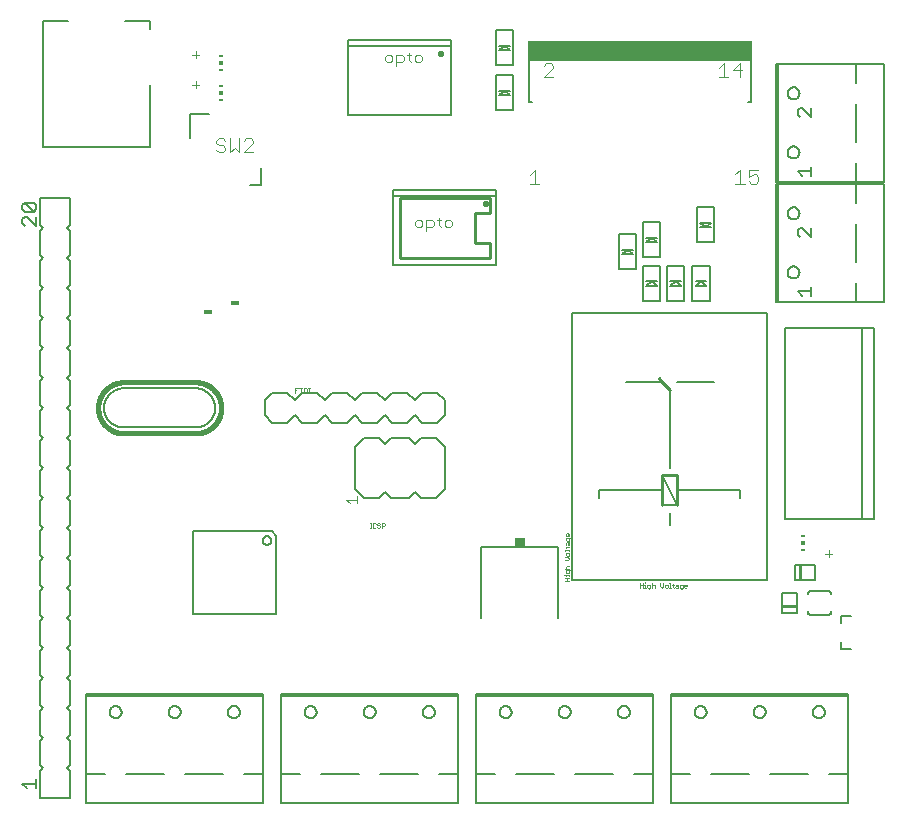
<source format=gto>
G75*
%MOIN*%
%OFA0B0*%
%FSLAX25Y25*%
%IPPOS*%
%LPD*%
%AMOC8*
5,1,8,0,0,1.08239X$1,22.5*
%
%ADD10C,0.00100*%
%ADD11C,0.01000*%
%ADD12C,0.00300*%
%ADD13C,0.00500*%
%ADD14C,0.00600*%
%ADD15C,0.00400*%
%ADD16R,0.74606X0.06594*%
%ADD17C,0.00800*%
%ADD18C,0.02174*%
%ADD19R,0.02800X0.01600*%
%ADD20C,0.01600*%
%ADD21R,0.01181X0.00591*%
%ADD22R,0.01181X0.01181*%
%ADD23R,0.03400X0.03000*%
D10*
X0119217Y0102429D02*
X0119717Y0102429D01*
X0119467Y0102429D02*
X0119467Y0103930D01*
X0119217Y0103930D02*
X0119717Y0103930D01*
X0120199Y0103680D02*
X0120199Y0102679D01*
X0120449Y0102429D01*
X0120949Y0102429D01*
X0121200Y0102679D01*
X0121672Y0102679D02*
X0121922Y0102429D01*
X0122423Y0102429D01*
X0122673Y0102679D01*
X0122673Y0102929D01*
X0122423Y0103179D01*
X0121922Y0103179D01*
X0121672Y0103430D01*
X0121672Y0103680D01*
X0121922Y0103930D01*
X0122423Y0103930D01*
X0122673Y0103680D01*
X0123145Y0103930D02*
X0123896Y0103930D01*
X0124146Y0103680D01*
X0124146Y0103179D01*
X0123896Y0102929D01*
X0123145Y0102929D01*
X0123145Y0102429D02*
X0123145Y0103930D01*
X0121200Y0103680D02*
X0120949Y0103930D01*
X0120449Y0103930D01*
X0120199Y0103680D01*
X0099137Y0147429D02*
X0098636Y0147429D01*
X0098887Y0147429D02*
X0098887Y0148930D01*
X0099137Y0148930D02*
X0098636Y0148930D01*
X0098164Y0148680D02*
X0097914Y0148930D01*
X0097163Y0148930D01*
X0097163Y0147429D01*
X0097914Y0147429D01*
X0098164Y0147679D01*
X0098164Y0148680D01*
X0096691Y0148930D02*
X0095690Y0148930D01*
X0095218Y0148930D02*
X0094217Y0148930D01*
X0094217Y0147429D01*
X0094217Y0148179D02*
X0094717Y0148179D01*
X0096190Y0147429D02*
X0096190Y0148930D01*
X0184716Y0100233D02*
X0184966Y0100483D01*
X0185216Y0100483D01*
X0185216Y0099482D01*
X0184966Y0099482D02*
X0184716Y0099732D01*
X0184716Y0100233D01*
X0184966Y0099482D02*
X0185466Y0099482D01*
X0185717Y0099732D01*
X0185717Y0100233D01*
X0185717Y0099010D02*
X0185717Y0098259D01*
X0185466Y0098009D01*
X0184966Y0098009D01*
X0184716Y0098259D01*
X0184716Y0099010D01*
X0185967Y0099010D01*
X0186217Y0098760D01*
X0186217Y0098509D01*
X0185717Y0097537D02*
X0185717Y0096786D01*
X0185466Y0096536D01*
X0185216Y0096786D01*
X0185216Y0097537D01*
X0184966Y0097537D02*
X0185717Y0097537D01*
X0184966Y0097537D02*
X0184716Y0097286D01*
X0184716Y0096786D01*
X0184716Y0096054D02*
X0184716Y0095553D01*
X0184466Y0095804D02*
X0185466Y0095804D01*
X0185717Y0096054D01*
X0185717Y0095072D02*
X0185717Y0094571D01*
X0185717Y0094822D02*
X0184215Y0094822D01*
X0184215Y0094571D01*
X0184716Y0093849D02*
X0184716Y0093348D01*
X0184966Y0093098D01*
X0185466Y0093098D01*
X0185717Y0093348D01*
X0185717Y0093849D01*
X0185466Y0094099D01*
X0184966Y0094099D01*
X0184716Y0093849D01*
X0185216Y0092626D02*
X0184215Y0092626D01*
X0184215Y0091625D02*
X0185216Y0091625D01*
X0185717Y0092125D01*
X0185216Y0092626D01*
X0184966Y0089679D02*
X0185717Y0089679D01*
X0184966Y0089679D02*
X0184716Y0089429D01*
X0184716Y0088929D01*
X0184966Y0088678D01*
X0184716Y0088206D02*
X0184716Y0087455D01*
X0184966Y0087205D01*
X0185466Y0087205D01*
X0185717Y0087455D01*
X0185717Y0088206D01*
X0185967Y0088206D02*
X0184716Y0088206D01*
X0184215Y0088678D02*
X0185717Y0088678D01*
X0185967Y0088206D02*
X0186217Y0087956D01*
X0186217Y0087705D01*
X0185717Y0086723D02*
X0185717Y0086223D01*
X0185717Y0086473D02*
X0184716Y0086473D01*
X0184716Y0086223D01*
X0184966Y0085750D02*
X0184966Y0084750D01*
X0185717Y0084750D02*
X0184215Y0084750D01*
X0184215Y0085750D02*
X0185717Y0085750D01*
X0184215Y0086473D02*
X0183965Y0086473D01*
X0209217Y0083930D02*
X0209217Y0082429D01*
X0209217Y0083179D02*
X0210218Y0083179D01*
X0210690Y0083430D02*
X0210940Y0083430D01*
X0210940Y0082429D01*
X0210690Y0082429D02*
X0211190Y0082429D01*
X0211672Y0082679D02*
X0211922Y0082429D01*
X0212673Y0082429D01*
X0212673Y0082179D02*
X0212673Y0083430D01*
X0211922Y0083430D01*
X0211672Y0083179D01*
X0211672Y0082679D01*
X0212173Y0081928D02*
X0212423Y0081928D01*
X0212673Y0082179D01*
X0213145Y0082429D02*
X0213145Y0083930D01*
X0213396Y0083430D02*
X0213896Y0083430D01*
X0214146Y0083179D01*
X0214146Y0082429D01*
X0213145Y0083179D02*
X0213396Y0083430D01*
X0210940Y0083930D02*
X0210940Y0084180D01*
X0210218Y0083930D02*
X0210218Y0082429D01*
X0216092Y0082929D02*
X0216592Y0082429D01*
X0217093Y0082929D01*
X0217093Y0083930D01*
X0217815Y0083430D02*
X0217565Y0083179D01*
X0217565Y0082679D01*
X0217815Y0082429D01*
X0218316Y0082429D01*
X0218566Y0082679D01*
X0218566Y0083179D01*
X0218316Y0083430D01*
X0217815Y0083430D01*
X0219038Y0083930D02*
X0219289Y0083930D01*
X0219289Y0082429D01*
X0219539Y0082429D02*
X0219038Y0082429D01*
X0220271Y0082679D02*
X0220521Y0082429D01*
X0220271Y0082679D02*
X0220271Y0083680D01*
X0220021Y0083430D02*
X0220521Y0083430D01*
X0221253Y0083430D02*
X0221753Y0083430D01*
X0222004Y0083179D01*
X0222004Y0082429D01*
X0221253Y0082429D01*
X0221003Y0082679D01*
X0221253Y0082929D01*
X0222004Y0082929D01*
X0222476Y0082679D02*
X0222726Y0082429D01*
X0223477Y0082429D01*
X0223477Y0082179D02*
X0223477Y0083430D01*
X0222726Y0083430D01*
X0222476Y0083179D01*
X0222476Y0082679D01*
X0222976Y0081928D02*
X0223227Y0081928D01*
X0223477Y0082179D01*
X0223949Y0082679D02*
X0223949Y0083179D01*
X0224199Y0083430D01*
X0224700Y0083430D01*
X0224950Y0083179D01*
X0224950Y0082929D01*
X0223949Y0082929D01*
X0223949Y0082679D02*
X0224199Y0082429D01*
X0224700Y0082429D01*
X0216092Y0082929D02*
X0216092Y0083930D01*
D11*
X0216667Y0109879D02*
X0216667Y0114879D01*
X0216667Y0119879D01*
X0221667Y0119879D01*
X0221667Y0114879D01*
X0221667Y0109879D01*
X0219167Y0148379D02*
X0216667Y0150879D01*
X0215467Y0152179D01*
X0159167Y0192379D02*
X0159167Y0197379D01*
X0154167Y0197379D01*
X0154167Y0207379D01*
X0159167Y0207379D01*
X0159167Y0212379D01*
X0129167Y0212379D01*
X0129167Y0192379D01*
X0159167Y0192379D01*
D12*
X0146607Y0203146D02*
X0146607Y0204380D01*
X0145990Y0204998D01*
X0144756Y0204998D01*
X0144138Y0204380D01*
X0144138Y0203146D01*
X0144756Y0202529D01*
X0145990Y0202529D01*
X0146607Y0203146D01*
X0142917Y0202529D02*
X0142300Y0203146D01*
X0142300Y0205615D01*
X0141683Y0204998D02*
X0142917Y0204998D01*
X0140469Y0204380D02*
X0140469Y0203146D01*
X0139851Y0202529D01*
X0138000Y0202529D01*
X0138000Y0201294D02*
X0138000Y0204998D01*
X0139851Y0204998D01*
X0140469Y0204380D01*
X0136785Y0204380D02*
X0136168Y0204998D01*
X0134934Y0204998D01*
X0134317Y0204380D01*
X0134317Y0203146D01*
X0134934Y0202529D01*
X0136168Y0202529D01*
X0136785Y0203146D01*
X0136785Y0204380D01*
X0128000Y0256294D02*
X0128000Y0259998D01*
X0129851Y0259998D01*
X0130469Y0259380D01*
X0130469Y0258146D01*
X0129851Y0257529D01*
X0128000Y0257529D01*
X0126785Y0258146D02*
X0126785Y0259380D01*
X0126168Y0259998D01*
X0124934Y0259998D01*
X0124317Y0259380D01*
X0124317Y0258146D01*
X0124934Y0257529D01*
X0126168Y0257529D01*
X0126785Y0258146D01*
X0131683Y0259998D02*
X0132917Y0259998D01*
X0132300Y0260615D02*
X0132300Y0258146D01*
X0132917Y0257529D01*
X0134138Y0258146D02*
X0134756Y0257529D01*
X0135990Y0257529D01*
X0136607Y0258146D01*
X0136607Y0259380D01*
X0135990Y0259998D01*
X0134756Y0259998D01*
X0134138Y0259380D01*
X0134138Y0258146D01*
X0062399Y0260080D02*
X0059931Y0260080D01*
X0061165Y0258846D02*
X0061165Y0261314D01*
X0061165Y0251314D02*
X0061165Y0248846D01*
X0059931Y0250080D02*
X0062399Y0250080D01*
X0115017Y0112998D02*
X0115017Y0110529D01*
X0115017Y0111763D02*
X0111313Y0111763D01*
X0112548Y0110529D01*
X0270931Y0093763D02*
X0273399Y0093763D01*
X0272165Y0092529D02*
X0272165Y0094998D01*
D13*
X0267513Y0089938D02*
X0267513Y0084820D01*
X0260820Y0084820D01*
X0260820Y0089938D01*
X0267513Y0089938D01*
X0262986Y0089741D02*
X0262986Y0085017D01*
X0262592Y0085017D02*
X0262592Y0089741D01*
X0262986Y0089741D01*
X0261726Y0080725D02*
X0256608Y0080725D01*
X0256608Y0074032D01*
X0261726Y0074032D01*
X0261726Y0080725D01*
X0261529Y0076198D02*
X0256804Y0076198D01*
X0256804Y0075804D01*
X0261529Y0075804D01*
X0263414Y0179786D02*
X0261913Y0181287D01*
X0266417Y0181287D01*
X0266417Y0179786D02*
X0266417Y0182789D01*
X0266417Y0199286D02*
X0263414Y0202289D01*
X0262663Y0202289D01*
X0261913Y0201538D01*
X0261913Y0200037D01*
X0262663Y0199286D01*
X0266417Y0199286D02*
X0266417Y0202289D01*
X0266417Y0219786D02*
X0266417Y0222789D01*
X0266417Y0221287D02*
X0261913Y0221287D01*
X0263414Y0219786D01*
X0262663Y0239286D02*
X0261913Y0240037D01*
X0261913Y0241538D01*
X0262663Y0242289D01*
X0263414Y0242289D01*
X0266417Y0239286D01*
X0266417Y0242289D01*
X0234119Y0209284D02*
X0234119Y0197473D01*
X0228214Y0197473D01*
X0228214Y0209284D01*
X0234119Y0209284D01*
X0232917Y0204129D02*
X0229417Y0204129D01*
X0231167Y0202629D01*
X0232917Y0204129D01*
X0232917Y0202629D02*
X0229417Y0202629D01*
X0226714Y0189784D02*
X0226714Y0177973D01*
X0232619Y0177973D01*
X0232619Y0189784D01*
X0226714Y0189784D01*
X0224119Y0189784D02*
X0224119Y0177973D01*
X0218214Y0177973D01*
X0218214Y0189784D01*
X0224119Y0189784D01*
X0222917Y0184629D02*
X0219417Y0184629D01*
X0219417Y0183129D02*
X0221167Y0184629D01*
X0222917Y0183129D01*
X0219417Y0183129D01*
X0216119Y0177973D02*
X0210214Y0177973D01*
X0210214Y0189784D01*
X0216119Y0189784D01*
X0216119Y0177973D01*
X0214917Y0183129D02*
X0213167Y0184629D01*
X0211417Y0183129D01*
X0214917Y0183129D01*
X0214917Y0184629D02*
X0211417Y0184629D01*
X0208119Y0188473D02*
X0202214Y0188473D01*
X0202214Y0200284D01*
X0208119Y0200284D01*
X0208119Y0188473D01*
X0210214Y0192473D02*
X0210214Y0204284D01*
X0216119Y0204284D01*
X0216119Y0192473D01*
X0210214Y0192473D01*
X0206917Y0193629D02*
X0205167Y0195129D01*
X0203417Y0193629D01*
X0206917Y0193629D01*
X0206917Y0195129D02*
X0203417Y0195129D01*
X0211417Y0197629D02*
X0213167Y0199129D01*
X0214917Y0197629D01*
X0211417Y0197629D01*
X0211417Y0199129D02*
X0214917Y0199129D01*
X0227917Y0184629D02*
X0231417Y0184629D01*
X0231417Y0183129D02*
X0227917Y0183129D01*
X0229667Y0184629D01*
X0231417Y0183129D01*
X0167119Y0241473D02*
X0161214Y0241473D01*
X0161214Y0253284D01*
X0167119Y0253284D01*
X0167119Y0241473D01*
X0165917Y0246629D02*
X0162417Y0246629D01*
X0164167Y0248129D01*
X0165917Y0246629D01*
X0165917Y0248129D02*
X0162417Y0248129D01*
X0161214Y0256473D02*
X0161214Y0268284D01*
X0167119Y0268284D01*
X0167119Y0256473D01*
X0161214Y0256473D01*
X0162417Y0261629D02*
X0164167Y0263129D01*
X0165917Y0261629D01*
X0162417Y0261629D01*
X0162417Y0263129D02*
X0165917Y0263129D01*
X0083017Y0222379D02*
X0083017Y0216679D01*
X0079167Y0216679D01*
X0059417Y0232379D02*
X0059417Y0240329D01*
X0059415Y0240329D01*
X0059417Y0240329D02*
X0065517Y0240329D01*
X0007917Y0209985D02*
X0007917Y0208483D01*
X0007166Y0207733D01*
X0004163Y0210735D01*
X0007166Y0210735D01*
X0007917Y0209985D01*
X0007166Y0207733D02*
X0004163Y0207733D01*
X0003413Y0208483D01*
X0003413Y0209985D01*
X0004163Y0210735D01*
X0004163Y0206131D02*
X0003413Y0205381D01*
X0003413Y0203879D01*
X0004163Y0203129D01*
X0004163Y0206131D02*
X0004914Y0206131D01*
X0007917Y0203129D01*
X0007917Y0206131D01*
X0114167Y0129379D02*
X0114167Y0115379D01*
X0117167Y0112379D01*
X0122167Y0112379D01*
X0124167Y0114379D01*
X0126167Y0112379D01*
X0132167Y0112379D01*
X0134167Y0114379D01*
X0136167Y0112379D01*
X0141167Y0112379D01*
X0144167Y0115379D01*
X0144167Y0129379D01*
X0141167Y0132379D01*
X0136167Y0132379D01*
X0134167Y0130379D01*
X0132167Y0132379D01*
X0126167Y0132379D01*
X0124167Y0130379D01*
X0122167Y0132379D01*
X0117167Y0132379D01*
X0114167Y0129379D01*
X0007917Y0018631D02*
X0007917Y0015629D01*
X0007917Y0017130D02*
X0003413Y0017130D01*
X0004914Y0015629D01*
D14*
X0009167Y0012379D02*
X0009167Y0021379D01*
X0010167Y0022379D01*
X0009167Y0023379D01*
X0009167Y0031379D01*
X0010167Y0032379D01*
X0009167Y0033379D01*
X0009167Y0041379D01*
X0010167Y0042379D01*
X0009167Y0043379D01*
X0009167Y0051379D01*
X0010167Y0052379D01*
X0009167Y0053379D01*
X0009167Y0061379D01*
X0010167Y0062379D01*
X0009167Y0063379D01*
X0009167Y0071379D01*
X0010167Y0072379D01*
X0009167Y0073379D01*
X0009167Y0081379D01*
X0010167Y0082379D01*
X0009167Y0083379D01*
X0009167Y0091379D01*
X0010167Y0092379D01*
X0009167Y0093379D01*
X0009167Y0101379D01*
X0010167Y0102379D01*
X0009167Y0103379D01*
X0009167Y0111379D01*
X0010167Y0112379D01*
X0009167Y0113379D01*
X0009167Y0121379D01*
X0010167Y0122379D01*
X0009167Y0123379D01*
X0009167Y0131379D01*
X0010167Y0132379D01*
X0009167Y0133379D01*
X0009167Y0141379D01*
X0010167Y0142379D01*
X0009167Y0143379D01*
X0009167Y0151379D01*
X0010167Y0152379D01*
X0009167Y0153379D01*
X0009167Y0161379D01*
X0010167Y0162379D01*
X0009167Y0163379D01*
X0009167Y0171379D01*
X0010167Y0172379D01*
X0009167Y0173379D01*
X0009167Y0181379D01*
X0010167Y0182379D01*
X0009167Y0183379D01*
X0009167Y0191379D01*
X0010167Y0192379D01*
X0009167Y0193379D01*
X0009167Y0201379D01*
X0010167Y0202379D01*
X0009167Y0203379D01*
X0009167Y0212379D01*
X0019167Y0212379D01*
X0019167Y0203379D01*
X0018167Y0202379D01*
X0019167Y0201379D01*
X0019167Y0193379D01*
X0018167Y0192379D01*
X0019167Y0191379D01*
X0019167Y0183379D01*
X0018167Y0182379D01*
X0019167Y0181379D01*
X0019167Y0173379D01*
X0018167Y0172379D01*
X0019167Y0171379D01*
X0019167Y0163379D01*
X0018167Y0162379D01*
X0019167Y0161379D01*
X0019167Y0153379D01*
X0018167Y0152379D01*
X0019167Y0151379D01*
X0019167Y0143379D01*
X0018167Y0142379D01*
X0019167Y0141379D01*
X0019167Y0133379D01*
X0018167Y0132379D01*
X0019167Y0131379D01*
X0019167Y0123379D01*
X0018167Y0122379D01*
X0019167Y0121379D01*
X0019167Y0113379D01*
X0018167Y0112379D01*
X0019167Y0111379D01*
X0019167Y0103379D01*
X0018167Y0102379D01*
X0019167Y0101379D01*
X0019167Y0093379D01*
X0018167Y0092379D01*
X0019167Y0091379D01*
X0019167Y0083379D01*
X0018167Y0082379D01*
X0019167Y0081379D01*
X0019167Y0073379D01*
X0018167Y0072379D01*
X0019167Y0071379D01*
X0019167Y0063379D01*
X0018167Y0062379D01*
X0019167Y0061379D01*
X0019167Y0053379D01*
X0018167Y0052379D01*
X0019167Y0051379D01*
X0019167Y0043379D01*
X0018167Y0042379D01*
X0019167Y0041379D01*
X0019167Y0033379D01*
X0018167Y0032379D01*
X0019167Y0031379D01*
X0019167Y0023379D01*
X0018167Y0022379D01*
X0019167Y0021379D01*
X0019167Y0012379D01*
X0009167Y0012379D01*
X0024682Y0010800D02*
X0024682Y0020202D01*
X0024682Y0046202D01*
X0024682Y0047001D01*
X0083682Y0047001D01*
X0083682Y0046202D01*
X0083682Y0020202D01*
X0083682Y0010800D01*
X0024682Y0010800D01*
X0024682Y0020202D02*
X0030982Y0020202D01*
X0037982Y0020202D02*
X0050682Y0020202D01*
X0057682Y0020202D02*
X0070383Y0020202D01*
X0077383Y0020202D02*
X0083682Y0020202D01*
X0089682Y0020202D02*
X0089682Y0046202D01*
X0089682Y0047001D01*
X0148682Y0047001D01*
X0148682Y0046202D01*
X0148682Y0020202D01*
X0148682Y0010800D01*
X0089682Y0010800D01*
X0089682Y0020202D01*
X0095982Y0020202D01*
X0102982Y0020202D02*
X0115682Y0020202D01*
X0122682Y0020202D02*
X0135383Y0020202D01*
X0142383Y0020202D02*
X0148682Y0020202D01*
X0154682Y0020202D02*
X0154682Y0046202D01*
X0154682Y0047001D01*
X0213682Y0047001D01*
X0213682Y0046202D01*
X0213682Y0020202D01*
X0213682Y0010800D01*
X0154682Y0010800D01*
X0154682Y0020202D01*
X0160982Y0020202D01*
X0167982Y0020202D02*
X0180682Y0020202D01*
X0187682Y0020202D02*
X0200383Y0020202D01*
X0207383Y0020202D02*
X0213682Y0020202D01*
X0219682Y0020202D02*
X0219682Y0046202D01*
X0219682Y0047001D01*
X0278682Y0047001D01*
X0278682Y0046202D01*
X0278682Y0020202D01*
X0278682Y0010800D01*
X0219682Y0010800D01*
X0219682Y0020202D01*
X0225982Y0020202D01*
X0232982Y0020202D02*
X0245682Y0020202D01*
X0252682Y0020202D02*
X0265383Y0020202D01*
X0272383Y0020202D02*
X0278682Y0020202D01*
X0266882Y0041000D02*
X0266884Y0041089D01*
X0266890Y0041178D01*
X0266900Y0041267D01*
X0266914Y0041355D01*
X0266931Y0041442D01*
X0266953Y0041528D01*
X0266979Y0041614D01*
X0267008Y0041698D01*
X0267041Y0041781D01*
X0267077Y0041862D01*
X0267118Y0041942D01*
X0267161Y0042019D01*
X0267208Y0042095D01*
X0267259Y0042168D01*
X0267312Y0042239D01*
X0267369Y0042308D01*
X0267429Y0042374D01*
X0267492Y0042438D01*
X0267557Y0042498D01*
X0267625Y0042556D01*
X0267696Y0042610D01*
X0267769Y0042661D01*
X0267844Y0042709D01*
X0267921Y0042754D01*
X0268000Y0042795D01*
X0268081Y0042832D01*
X0268163Y0042866D01*
X0268247Y0042897D01*
X0268332Y0042923D01*
X0268418Y0042946D01*
X0268505Y0042964D01*
X0268593Y0042979D01*
X0268682Y0042990D01*
X0268771Y0042997D01*
X0268860Y0043000D01*
X0268949Y0042999D01*
X0269038Y0042994D01*
X0269126Y0042985D01*
X0269215Y0042972D01*
X0269302Y0042955D01*
X0269389Y0042935D01*
X0269475Y0042910D01*
X0269559Y0042882D01*
X0269642Y0042850D01*
X0269724Y0042814D01*
X0269804Y0042775D01*
X0269882Y0042732D01*
X0269958Y0042686D01*
X0270032Y0042636D01*
X0270104Y0042583D01*
X0270173Y0042527D01*
X0270240Y0042468D01*
X0270304Y0042406D01*
X0270365Y0042342D01*
X0270424Y0042274D01*
X0270479Y0042204D01*
X0270531Y0042132D01*
X0270580Y0042057D01*
X0270625Y0041981D01*
X0270667Y0041902D01*
X0270705Y0041822D01*
X0270740Y0041740D01*
X0270771Y0041656D01*
X0270799Y0041571D01*
X0270822Y0041485D01*
X0270842Y0041398D01*
X0270858Y0041311D01*
X0270870Y0041222D01*
X0270878Y0041134D01*
X0270882Y0041045D01*
X0270882Y0040955D01*
X0270878Y0040866D01*
X0270870Y0040778D01*
X0270858Y0040689D01*
X0270842Y0040602D01*
X0270822Y0040515D01*
X0270799Y0040429D01*
X0270771Y0040344D01*
X0270740Y0040260D01*
X0270705Y0040178D01*
X0270667Y0040098D01*
X0270625Y0040019D01*
X0270580Y0039943D01*
X0270531Y0039868D01*
X0270479Y0039796D01*
X0270424Y0039726D01*
X0270365Y0039658D01*
X0270304Y0039594D01*
X0270240Y0039532D01*
X0270173Y0039473D01*
X0270104Y0039417D01*
X0270032Y0039364D01*
X0269958Y0039314D01*
X0269882Y0039268D01*
X0269804Y0039225D01*
X0269724Y0039186D01*
X0269642Y0039150D01*
X0269559Y0039118D01*
X0269475Y0039090D01*
X0269389Y0039065D01*
X0269302Y0039045D01*
X0269215Y0039028D01*
X0269126Y0039015D01*
X0269038Y0039006D01*
X0268949Y0039001D01*
X0268860Y0039000D01*
X0268771Y0039003D01*
X0268682Y0039010D01*
X0268593Y0039021D01*
X0268505Y0039036D01*
X0268418Y0039054D01*
X0268332Y0039077D01*
X0268247Y0039103D01*
X0268163Y0039134D01*
X0268081Y0039168D01*
X0268000Y0039205D01*
X0267921Y0039246D01*
X0267844Y0039291D01*
X0267769Y0039339D01*
X0267696Y0039390D01*
X0267625Y0039444D01*
X0267557Y0039502D01*
X0267492Y0039562D01*
X0267429Y0039626D01*
X0267369Y0039692D01*
X0267312Y0039761D01*
X0267259Y0039832D01*
X0267208Y0039905D01*
X0267161Y0039981D01*
X0267118Y0040058D01*
X0267077Y0040138D01*
X0267041Y0040219D01*
X0267008Y0040302D01*
X0266979Y0040386D01*
X0266953Y0040472D01*
X0266931Y0040558D01*
X0266914Y0040645D01*
X0266900Y0040733D01*
X0266890Y0040822D01*
X0266884Y0040911D01*
X0266882Y0041000D01*
X0278682Y0046202D02*
X0219682Y0046202D01*
X0213682Y0046202D02*
X0154682Y0046202D01*
X0148682Y0046202D02*
X0089682Y0046202D01*
X0083682Y0046202D02*
X0024682Y0046202D01*
X0032482Y0041000D02*
X0032484Y0041089D01*
X0032490Y0041178D01*
X0032500Y0041267D01*
X0032514Y0041355D01*
X0032531Y0041442D01*
X0032553Y0041528D01*
X0032579Y0041614D01*
X0032608Y0041698D01*
X0032641Y0041781D01*
X0032677Y0041862D01*
X0032718Y0041942D01*
X0032761Y0042019D01*
X0032808Y0042095D01*
X0032859Y0042168D01*
X0032912Y0042239D01*
X0032969Y0042308D01*
X0033029Y0042374D01*
X0033092Y0042438D01*
X0033157Y0042498D01*
X0033225Y0042556D01*
X0033296Y0042610D01*
X0033369Y0042661D01*
X0033444Y0042709D01*
X0033521Y0042754D01*
X0033600Y0042795D01*
X0033681Y0042832D01*
X0033763Y0042866D01*
X0033847Y0042897D01*
X0033932Y0042923D01*
X0034018Y0042946D01*
X0034105Y0042964D01*
X0034193Y0042979D01*
X0034282Y0042990D01*
X0034371Y0042997D01*
X0034460Y0043000D01*
X0034549Y0042999D01*
X0034638Y0042994D01*
X0034726Y0042985D01*
X0034815Y0042972D01*
X0034902Y0042955D01*
X0034989Y0042935D01*
X0035075Y0042910D01*
X0035159Y0042882D01*
X0035242Y0042850D01*
X0035324Y0042814D01*
X0035404Y0042775D01*
X0035482Y0042732D01*
X0035558Y0042686D01*
X0035632Y0042636D01*
X0035704Y0042583D01*
X0035773Y0042527D01*
X0035840Y0042468D01*
X0035904Y0042406D01*
X0035965Y0042342D01*
X0036024Y0042274D01*
X0036079Y0042204D01*
X0036131Y0042132D01*
X0036180Y0042057D01*
X0036225Y0041981D01*
X0036267Y0041902D01*
X0036305Y0041822D01*
X0036340Y0041740D01*
X0036371Y0041656D01*
X0036399Y0041571D01*
X0036422Y0041485D01*
X0036442Y0041398D01*
X0036458Y0041311D01*
X0036470Y0041222D01*
X0036478Y0041134D01*
X0036482Y0041045D01*
X0036482Y0040955D01*
X0036478Y0040866D01*
X0036470Y0040778D01*
X0036458Y0040689D01*
X0036442Y0040602D01*
X0036422Y0040515D01*
X0036399Y0040429D01*
X0036371Y0040344D01*
X0036340Y0040260D01*
X0036305Y0040178D01*
X0036267Y0040098D01*
X0036225Y0040019D01*
X0036180Y0039943D01*
X0036131Y0039868D01*
X0036079Y0039796D01*
X0036024Y0039726D01*
X0035965Y0039658D01*
X0035904Y0039594D01*
X0035840Y0039532D01*
X0035773Y0039473D01*
X0035704Y0039417D01*
X0035632Y0039364D01*
X0035558Y0039314D01*
X0035482Y0039268D01*
X0035404Y0039225D01*
X0035324Y0039186D01*
X0035242Y0039150D01*
X0035159Y0039118D01*
X0035075Y0039090D01*
X0034989Y0039065D01*
X0034902Y0039045D01*
X0034815Y0039028D01*
X0034726Y0039015D01*
X0034638Y0039006D01*
X0034549Y0039001D01*
X0034460Y0039000D01*
X0034371Y0039003D01*
X0034282Y0039010D01*
X0034193Y0039021D01*
X0034105Y0039036D01*
X0034018Y0039054D01*
X0033932Y0039077D01*
X0033847Y0039103D01*
X0033763Y0039134D01*
X0033681Y0039168D01*
X0033600Y0039205D01*
X0033521Y0039246D01*
X0033444Y0039291D01*
X0033369Y0039339D01*
X0033296Y0039390D01*
X0033225Y0039444D01*
X0033157Y0039502D01*
X0033092Y0039562D01*
X0033029Y0039626D01*
X0032969Y0039692D01*
X0032912Y0039761D01*
X0032859Y0039832D01*
X0032808Y0039905D01*
X0032761Y0039981D01*
X0032718Y0040058D01*
X0032677Y0040138D01*
X0032641Y0040219D01*
X0032608Y0040302D01*
X0032579Y0040386D01*
X0032553Y0040472D01*
X0032531Y0040558D01*
X0032514Y0040645D01*
X0032500Y0040733D01*
X0032490Y0040822D01*
X0032484Y0040911D01*
X0032482Y0041000D01*
X0052182Y0041000D02*
X0052184Y0041089D01*
X0052190Y0041178D01*
X0052200Y0041267D01*
X0052214Y0041355D01*
X0052231Y0041442D01*
X0052253Y0041528D01*
X0052279Y0041614D01*
X0052308Y0041698D01*
X0052341Y0041781D01*
X0052377Y0041862D01*
X0052418Y0041942D01*
X0052461Y0042019D01*
X0052508Y0042095D01*
X0052559Y0042168D01*
X0052612Y0042239D01*
X0052669Y0042308D01*
X0052729Y0042374D01*
X0052792Y0042438D01*
X0052857Y0042498D01*
X0052925Y0042556D01*
X0052996Y0042610D01*
X0053069Y0042661D01*
X0053144Y0042709D01*
X0053221Y0042754D01*
X0053300Y0042795D01*
X0053381Y0042832D01*
X0053463Y0042866D01*
X0053547Y0042897D01*
X0053632Y0042923D01*
X0053718Y0042946D01*
X0053805Y0042964D01*
X0053893Y0042979D01*
X0053982Y0042990D01*
X0054071Y0042997D01*
X0054160Y0043000D01*
X0054249Y0042999D01*
X0054338Y0042994D01*
X0054426Y0042985D01*
X0054515Y0042972D01*
X0054602Y0042955D01*
X0054689Y0042935D01*
X0054775Y0042910D01*
X0054859Y0042882D01*
X0054942Y0042850D01*
X0055024Y0042814D01*
X0055104Y0042775D01*
X0055182Y0042732D01*
X0055258Y0042686D01*
X0055332Y0042636D01*
X0055404Y0042583D01*
X0055473Y0042527D01*
X0055540Y0042468D01*
X0055604Y0042406D01*
X0055665Y0042342D01*
X0055724Y0042274D01*
X0055779Y0042204D01*
X0055831Y0042132D01*
X0055880Y0042057D01*
X0055925Y0041981D01*
X0055967Y0041902D01*
X0056005Y0041822D01*
X0056040Y0041740D01*
X0056071Y0041656D01*
X0056099Y0041571D01*
X0056122Y0041485D01*
X0056142Y0041398D01*
X0056158Y0041311D01*
X0056170Y0041222D01*
X0056178Y0041134D01*
X0056182Y0041045D01*
X0056182Y0040955D01*
X0056178Y0040866D01*
X0056170Y0040778D01*
X0056158Y0040689D01*
X0056142Y0040602D01*
X0056122Y0040515D01*
X0056099Y0040429D01*
X0056071Y0040344D01*
X0056040Y0040260D01*
X0056005Y0040178D01*
X0055967Y0040098D01*
X0055925Y0040019D01*
X0055880Y0039943D01*
X0055831Y0039868D01*
X0055779Y0039796D01*
X0055724Y0039726D01*
X0055665Y0039658D01*
X0055604Y0039594D01*
X0055540Y0039532D01*
X0055473Y0039473D01*
X0055404Y0039417D01*
X0055332Y0039364D01*
X0055258Y0039314D01*
X0055182Y0039268D01*
X0055104Y0039225D01*
X0055024Y0039186D01*
X0054942Y0039150D01*
X0054859Y0039118D01*
X0054775Y0039090D01*
X0054689Y0039065D01*
X0054602Y0039045D01*
X0054515Y0039028D01*
X0054426Y0039015D01*
X0054338Y0039006D01*
X0054249Y0039001D01*
X0054160Y0039000D01*
X0054071Y0039003D01*
X0053982Y0039010D01*
X0053893Y0039021D01*
X0053805Y0039036D01*
X0053718Y0039054D01*
X0053632Y0039077D01*
X0053547Y0039103D01*
X0053463Y0039134D01*
X0053381Y0039168D01*
X0053300Y0039205D01*
X0053221Y0039246D01*
X0053144Y0039291D01*
X0053069Y0039339D01*
X0052996Y0039390D01*
X0052925Y0039444D01*
X0052857Y0039502D01*
X0052792Y0039562D01*
X0052729Y0039626D01*
X0052669Y0039692D01*
X0052612Y0039761D01*
X0052559Y0039832D01*
X0052508Y0039905D01*
X0052461Y0039981D01*
X0052418Y0040058D01*
X0052377Y0040138D01*
X0052341Y0040219D01*
X0052308Y0040302D01*
X0052279Y0040386D01*
X0052253Y0040472D01*
X0052231Y0040558D01*
X0052214Y0040645D01*
X0052200Y0040733D01*
X0052190Y0040822D01*
X0052184Y0040911D01*
X0052182Y0041000D01*
X0071882Y0041000D02*
X0071884Y0041089D01*
X0071890Y0041178D01*
X0071900Y0041267D01*
X0071914Y0041355D01*
X0071931Y0041442D01*
X0071953Y0041528D01*
X0071979Y0041614D01*
X0072008Y0041698D01*
X0072041Y0041781D01*
X0072077Y0041862D01*
X0072118Y0041942D01*
X0072161Y0042019D01*
X0072208Y0042095D01*
X0072259Y0042168D01*
X0072312Y0042239D01*
X0072369Y0042308D01*
X0072429Y0042374D01*
X0072492Y0042438D01*
X0072557Y0042498D01*
X0072625Y0042556D01*
X0072696Y0042610D01*
X0072769Y0042661D01*
X0072844Y0042709D01*
X0072921Y0042754D01*
X0073000Y0042795D01*
X0073081Y0042832D01*
X0073163Y0042866D01*
X0073247Y0042897D01*
X0073332Y0042923D01*
X0073418Y0042946D01*
X0073505Y0042964D01*
X0073593Y0042979D01*
X0073682Y0042990D01*
X0073771Y0042997D01*
X0073860Y0043000D01*
X0073949Y0042999D01*
X0074038Y0042994D01*
X0074126Y0042985D01*
X0074215Y0042972D01*
X0074302Y0042955D01*
X0074389Y0042935D01*
X0074475Y0042910D01*
X0074559Y0042882D01*
X0074642Y0042850D01*
X0074724Y0042814D01*
X0074804Y0042775D01*
X0074882Y0042732D01*
X0074958Y0042686D01*
X0075032Y0042636D01*
X0075104Y0042583D01*
X0075173Y0042527D01*
X0075240Y0042468D01*
X0075304Y0042406D01*
X0075365Y0042342D01*
X0075424Y0042274D01*
X0075479Y0042204D01*
X0075531Y0042132D01*
X0075580Y0042057D01*
X0075625Y0041981D01*
X0075667Y0041902D01*
X0075705Y0041822D01*
X0075740Y0041740D01*
X0075771Y0041656D01*
X0075799Y0041571D01*
X0075822Y0041485D01*
X0075842Y0041398D01*
X0075858Y0041311D01*
X0075870Y0041222D01*
X0075878Y0041134D01*
X0075882Y0041045D01*
X0075882Y0040955D01*
X0075878Y0040866D01*
X0075870Y0040778D01*
X0075858Y0040689D01*
X0075842Y0040602D01*
X0075822Y0040515D01*
X0075799Y0040429D01*
X0075771Y0040344D01*
X0075740Y0040260D01*
X0075705Y0040178D01*
X0075667Y0040098D01*
X0075625Y0040019D01*
X0075580Y0039943D01*
X0075531Y0039868D01*
X0075479Y0039796D01*
X0075424Y0039726D01*
X0075365Y0039658D01*
X0075304Y0039594D01*
X0075240Y0039532D01*
X0075173Y0039473D01*
X0075104Y0039417D01*
X0075032Y0039364D01*
X0074958Y0039314D01*
X0074882Y0039268D01*
X0074804Y0039225D01*
X0074724Y0039186D01*
X0074642Y0039150D01*
X0074559Y0039118D01*
X0074475Y0039090D01*
X0074389Y0039065D01*
X0074302Y0039045D01*
X0074215Y0039028D01*
X0074126Y0039015D01*
X0074038Y0039006D01*
X0073949Y0039001D01*
X0073860Y0039000D01*
X0073771Y0039003D01*
X0073682Y0039010D01*
X0073593Y0039021D01*
X0073505Y0039036D01*
X0073418Y0039054D01*
X0073332Y0039077D01*
X0073247Y0039103D01*
X0073163Y0039134D01*
X0073081Y0039168D01*
X0073000Y0039205D01*
X0072921Y0039246D01*
X0072844Y0039291D01*
X0072769Y0039339D01*
X0072696Y0039390D01*
X0072625Y0039444D01*
X0072557Y0039502D01*
X0072492Y0039562D01*
X0072429Y0039626D01*
X0072369Y0039692D01*
X0072312Y0039761D01*
X0072259Y0039832D01*
X0072208Y0039905D01*
X0072161Y0039981D01*
X0072118Y0040058D01*
X0072077Y0040138D01*
X0072041Y0040219D01*
X0072008Y0040302D01*
X0071979Y0040386D01*
X0071953Y0040472D01*
X0071931Y0040558D01*
X0071914Y0040645D01*
X0071900Y0040733D01*
X0071890Y0040822D01*
X0071884Y0040911D01*
X0071882Y0041000D01*
X0097482Y0041000D02*
X0097484Y0041089D01*
X0097490Y0041178D01*
X0097500Y0041267D01*
X0097514Y0041355D01*
X0097531Y0041442D01*
X0097553Y0041528D01*
X0097579Y0041614D01*
X0097608Y0041698D01*
X0097641Y0041781D01*
X0097677Y0041862D01*
X0097718Y0041942D01*
X0097761Y0042019D01*
X0097808Y0042095D01*
X0097859Y0042168D01*
X0097912Y0042239D01*
X0097969Y0042308D01*
X0098029Y0042374D01*
X0098092Y0042438D01*
X0098157Y0042498D01*
X0098225Y0042556D01*
X0098296Y0042610D01*
X0098369Y0042661D01*
X0098444Y0042709D01*
X0098521Y0042754D01*
X0098600Y0042795D01*
X0098681Y0042832D01*
X0098763Y0042866D01*
X0098847Y0042897D01*
X0098932Y0042923D01*
X0099018Y0042946D01*
X0099105Y0042964D01*
X0099193Y0042979D01*
X0099282Y0042990D01*
X0099371Y0042997D01*
X0099460Y0043000D01*
X0099549Y0042999D01*
X0099638Y0042994D01*
X0099726Y0042985D01*
X0099815Y0042972D01*
X0099902Y0042955D01*
X0099989Y0042935D01*
X0100075Y0042910D01*
X0100159Y0042882D01*
X0100242Y0042850D01*
X0100324Y0042814D01*
X0100404Y0042775D01*
X0100482Y0042732D01*
X0100558Y0042686D01*
X0100632Y0042636D01*
X0100704Y0042583D01*
X0100773Y0042527D01*
X0100840Y0042468D01*
X0100904Y0042406D01*
X0100965Y0042342D01*
X0101024Y0042274D01*
X0101079Y0042204D01*
X0101131Y0042132D01*
X0101180Y0042057D01*
X0101225Y0041981D01*
X0101267Y0041902D01*
X0101305Y0041822D01*
X0101340Y0041740D01*
X0101371Y0041656D01*
X0101399Y0041571D01*
X0101422Y0041485D01*
X0101442Y0041398D01*
X0101458Y0041311D01*
X0101470Y0041222D01*
X0101478Y0041134D01*
X0101482Y0041045D01*
X0101482Y0040955D01*
X0101478Y0040866D01*
X0101470Y0040778D01*
X0101458Y0040689D01*
X0101442Y0040602D01*
X0101422Y0040515D01*
X0101399Y0040429D01*
X0101371Y0040344D01*
X0101340Y0040260D01*
X0101305Y0040178D01*
X0101267Y0040098D01*
X0101225Y0040019D01*
X0101180Y0039943D01*
X0101131Y0039868D01*
X0101079Y0039796D01*
X0101024Y0039726D01*
X0100965Y0039658D01*
X0100904Y0039594D01*
X0100840Y0039532D01*
X0100773Y0039473D01*
X0100704Y0039417D01*
X0100632Y0039364D01*
X0100558Y0039314D01*
X0100482Y0039268D01*
X0100404Y0039225D01*
X0100324Y0039186D01*
X0100242Y0039150D01*
X0100159Y0039118D01*
X0100075Y0039090D01*
X0099989Y0039065D01*
X0099902Y0039045D01*
X0099815Y0039028D01*
X0099726Y0039015D01*
X0099638Y0039006D01*
X0099549Y0039001D01*
X0099460Y0039000D01*
X0099371Y0039003D01*
X0099282Y0039010D01*
X0099193Y0039021D01*
X0099105Y0039036D01*
X0099018Y0039054D01*
X0098932Y0039077D01*
X0098847Y0039103D01*
X0098763Y0039134D01*
X0098681Y0039168D01*
X0098600Y0039205D01*
X0098521Y0039246D01*
X0098444Y0039291D01*
X0098369Y0039339D01*
X0098296Y0039390D01*
X0098225Y0039444D01*
X0098157Y0039502D01*
X0098092Y0039562D01*
X0098029Y0039626D01*
X0097969Y0039692D01*
X0097912Y0039761D01*
X0097859Y0039832D01*
X0097808Y0039905D01*
X0097761Y0039981D01*
X0097718Y0040058D01*
X0097677Y0040138D01*
X0097641Y0040219D01*
X0097608Y0040302D01*
X0097579Y0040386D01*
X0097553Y0040472D01*
X0097531Y0040558D01*
X0097514Y0040645D01*
X0097500Y0040733D01*
X0097490Y0040822D01*
X0097484Y0040911D01*
X0097482Y0041000D01*
X0117182Y0041000D02*
X0117184Y0041089D01*
X0117190Y0041178D01*
X0117200Y0041267D01*
X0117214Y0041355D01*
X0117231Y0041442D01*
X0117253Y0041528D01*
X0117279Y0041614D01*
X0117308Y0041698D01*
X0117341Y0041781D01*
X0117377Y0041862D01*
X0117418Y0041942D01*
X0117461Y0042019D01*
X0117508Y0042095D01*
X0117559Y0042168D01*
X0117612Y0042239D01*
X0117669Y0042308D01*
X0117729Y0042374D01*
X0117792Y0042438D01*
X0117857Y0042498D01*
X0117925Y0042556D01*
X0117996Y0042610D01*
X0118069Y0042661D01*
X0118144Y0042709D01*
X0118221Y0042754D01*
X0118300Y0042795D01*
X0118381Y0042832D01*
X0118463Y0042866D01*
X0118547Y0042897D01*
X0118632Y0042923D01*
X0118718Y0042946D01*
X0118805Y0042964D01*
X0118893Y0042979D01*
X0118982Y0042990D01*
X0119071Y0042997D01*
X0119160Y0043000D01*
X0119249Y0042999D01*
X0119338Y0042994D01*
X0119426Y0042985D01*
X0119515Y0042972D01*
X0119602Y0042955D01*
X0119689Y0042935D01*
X0119775Y0042910D01*
X0119859Y0042882D01*
X0119942Y0042850D01*
X0120024Y0042814D01*
X0120104Y0042775D01*
X0120182Y0042732D01*
X0120258Y0042686D01*
X0120332Y0042636D01*
X0120404Y0042583D01*
X0120473Y0042527D01*
X0120540Y0042468D01*
X0120604Y0042406D01*
X0120665Y0042342D01*
X0120724Y0042274D01*
X0120779Y0042204D01*
X0120831Y0042132D01*
X0120880Y0042057D01*
X0120925Y0041981D01*
X0120967Y0041902D01*
X0121005Y0041822D01*
X0121040Y0041740D01*
X0121071Y0041656D01*
X0121099Y0041571D01*
X0121122Y0041485D01*
X0121142Y0041398D01*
X0121158Y0041311D01*
X0121170Y0041222D01*
X0121178Y0041134D01*
X0121182Y0041045D01*
X0121182Y0040955D01*
X0121178Y0040866D01*
X0121170Y0040778D01*
X0121158Y0040689D01*
X0121142Y0040602D01*
X0121122Y0040515D01*
X0121099Y0040429D01*
X0121071Y0040344D01*
X0121040Y0040260D01*
X0121005Y0040178D01*
X0120967Y0040098D01*
X0120925Y0040019D01*
X0120880Y0039943D01*
X0120831Y0039868D01*
X0120779Y0039796D01*
X0120724Y0039726D01*
X0120665Y0039658D01*
X0120604Y0039594D01*
X0120540Y0039532D01*
X0120473Y0039473D01*
X0120404Y0039417D01*
X0120332Y0039364D01*
X0120258Y0039314D01*
X0120182Y0039268D01*
X0120104Y0039225D01*
X0120024Y0039186D01*
X0119942Y0039150D01*
X0119859Y0039118D01*
X0119775Y0039090D01*
X0119689Y0039065D01*
X0119602Y0039045D01*
X0119515Y0039028D01*
X0119426Y0039015D01*
X0119338Y0039006D01*
X0119249Y0039001D01*
X0119160Y0039000D01*
X0119071Y0039003D01*
X0118982Y0039010D01*
X0118893Y0039021D01*
X0118805Y0039036D01*
X0118718Y0039054D01*
X0118632Y0039077D01*
X0118547Y0039103D01*
X0118463Y0039134D01*
X0118381Y0039168D01*
X0118300Y0039205D01*
X0118221Y0039246D01*
X0118144Y0039291D01*
X0118069Y0039339D01*
X0117996Y0039390D01*
X0117925Y0039444D01*
X0117857Y0039502D01*
X0117792Y0039562D01*
X0117729Y0039626D01*
X0117669Y0039692D01*
X0117612Y0039761D01*
X0117559Y0039832D01*
X0117508Y0039905D01*
X0117461Y0039981D01*
X0117418Y0040058D01*
X0117377Y0040138D01*
X0117341Y0040219D01*
X0117308Y0040302D01*
X0117279Y0040386D01*
X0117253Y0040472D01*
X0117231Y0040558D01*
X0117214Y0040645D01*
X0117200Y0040733D01*
X0117190Y0040822D01*
X0117184Y0040911D01*
X0117182Y0041000D01*
X0136882Y0041000D02*
X0136884Y0041089D01*
X0136890Y0041178D01*
X0136900Y0041267D01*
X0136914Y0041355D01*
X0136931Y0041442D01*
X0136953Y0041528D01*
X0136979Y0041614D01*
X0137008Y0041698D01*
X0137041Y0041781D01*
X0137077Y0041862D01*
X0137118Y0041942D01*
X0137161Y0042019D01*
X0137208Y0042095D01*
X0137259Y0042168D01*
X0137312Y0042239D01*
X0137369Y0042308D01*
X0137429Y0042374D01*
X0137492Y0042438D01*
X0137557Y0042498D01*
X0137625Y0042556D01*
X0137696Y0042610D01*
X0137769Y0042661D01*
X0137844Y0042709D01*
X0137921Y0042754D01*
X0138000Y0042795D01*
X0138081Y0042832D01*
X0138163Y0042866D01*
X0138247Y0042897D01*
X0138332Y0042923D01*
X0138418Y0042946D01*
X0138505Y0042964D01*
X0138593Y0042979D01*
X0138682Y0042990D01*
X0138771Y0042997D01*
X0138860Y0043000D01*
X0138949Y0042999D01*
X0139038Y0042994D01*
X0139126Y0042985D01*
X0139215Y0042972D01*
X0139302Y0042955D01*
X0139389Y0042935D01*
X0139475Y0042910D01*
X0139559Y0042882D01*
X0139642Y0042850D01*
X0139724Y0042814D01*
X0139804Y0042775D01*
X0139882Y0042732D01*
X0139958Y0042686D01*
X0140032Y0042636D01*
X0140104Y0042583D01*
X0140173Y0042527D01*
X0140240Y0042468D01*
X0140304Y0042406D01*
X0140365Y0042342D01*
X0140424Y0042274D01*
X0140479Y0042204D01*
X0140531Y0042132D01*
X0140580Y0042057D01*
X0140625Y0041981D01*
X0140667Y0041902D01*
X0140705Y0041822D01*
X0140740Y0041740D01*
X0140771Y0041656D01*
X0140799Y0041571D01*
X0140822Y0041485D01*
X0140842Y0041398D01*
X0140858Y0041311D01*
X0140870Y0041222D01*
X0140878Y0041134D01*
X0140882Y0041045D01*
X0140882Y0040955D01*
X0140878Y0040866D01*
X0140870Y0040778D01*
X0140858Y0040689D01*
X0140842Y0040602D01*
X0140822Y0040515D01*
X0140799Y0040429D01*
X0140771Y0040344D01*
X0140740Y0040260D01*
X0140705Y0040178D01*
X0140667Y0040098D01*
X0140625Y0040019D01*
X0140580Y0039943D01*
X0140531Y0039868D01*
X0140479Y0039796D01*
X0140424Y0039726D01*
X0140365Y0039658D01*
X0140304Y0039594D01*
X0140240Y0039532D01*
X0140173Y0039473D01*
X0140104Y0039417D01*
X0140032Y0039364D01*
X0139958Y0039314D01*
X0139882Y0039268D01*
X0139804Y0039225D01*
X0139724Y0039186D01*
X0139642Y0039150D01*
X0139559Y0039118D01*
X0139475Y0039090D01*
X0139389Y0039065D01*
X0139302Y0039045D01*
X0139215Y0039028D01*
X0139126Y0039015D01*
X0139038Y0039006D01*
X0138949Y0039001D01*
X0138860Y0039000D01*
X0138771Y0039003D01*
X0138682Y0039010D01*
X0138593Y0039021D01*
X0138505Y0039036D01*
X0138418Y0039054D01*
X0138332Y0039077D01*
X0138247Y0039103D01*
X0138163Y0039134D01*
X0138081Y0039168D01*
X0138000Y0039205D01*
X0137921Y0039246D01*
X0137844Y0039291D01*
X0137769Y0039339D01*
X0137696Y0039390D01*
X0137625Y0039444D01*
X0137557Y0039502D01*
X0137492Y0039562D01*
X0137429Y0039626D01*
X0137369Y0039692D01*
X0137312Y0039761D01*
X0137259Y0039832D01*
X0137208Y0039905D01*
X0137161Y0039981D01*
X0137118Y0040058D01*
X0137077Y0040138D01*
X0137041Y0040219D01*
X0137008Y0040302D01*
X0136979Y0040386D01*
X0136953Y0040472D01*
X0136931Y0040558D01*
X0136914Y0040645D01*
X0136900Y0040733D01*
X0136890Y0040822D01*
X0136884Y0040911D01*
X0136882Y0041000D01*
X0162482Y0041000D02*
X0162484Y0041089D01*
X0162490Y0041178D01*
X0162500Y0041267D01*
X0162514Y0041355D01*
X0162531Y0041442D01*
X0162553Y0041528D01*
X0162579Y0041614D01*
X0162608Y0041698D01*
X0162641Y0041781D01*
X0162677Y0041862D01*
X0162718Y0041942D01*
X0162761Y0042019D01*
X0162808Y0042095D01*
X0162859Y0042168D01*
X0162912Y0042239D01*
X0162969Y0042308D01*
X0163029Y0042374D01*
X0163092Y0042438D01*
X0163157Y0042498D01*
X0163225Y0042556D01*
X0163296Y0042610D01*
X0163369Y0042661D01*
X0163444Y0042709D01*
X0163521Y0042754D01*
X0163600Y0042795D01*
X0163681Y0042832D01*
X0163763Y0042866D01*
X0163847Y0042897D01*
X0163932Y0042923D01*
X0164018Y0042946D01*
X0164105Y0042964D01*
X0164193Y0042979D01*
X0164282Y0042990D01*
X0164371Y0042997D01*
X0164460Y0043000D01*
X0164549Y0042999D01*
X0164638Y0042994D01*
X0164726Y0042985D01*
X0164815Y0042972D01*
X0164902Y0042955D01*
X0164989Y0042935D01*
X0165075Y0042910D01*
X0165159Y0042882D01*
X0165242Y0042850D01*
X0165324Y0042814D01*
X0165404Y0042775D01*
X0165482Y0042732D01*
X0165558Y0042686D01*
X0165632Y0042636D01*
X0165704Y0042583D01*
X0165773Y0042527D01*
X0165840Y0042468D01*
X0165904Y0042406D01*
X0165965Y0042342D01*
X0166024Y0042274D01*
X0166079Y0042204D01*
X0166131Y0042132D01*
X0166180Y0042057D01*
X0166225Y0041981D01*
X0166267Y0041902D01*
X0166305Y0041822D01*
X0166340Y0041740D01*
X0166371Y0041656D01*
X0166399Y0041571D01*
X0166422Y0041485D01*
X0166442Y0041398D01*
X0166458Y0041311D01*
X0166470Y0041222D01*
X0166478Y0041134D01*
X0166482Y0041045D01*
X0166482Y0040955D01*
X0166478Y0040866D01*
X0166470Y0040778D01*
X0166458Y0040689D01*
X0166442Y0040602D01*
X0166422Y0040515D01*
X0166399Y0040429D01*
X0166371Y0040344D01*
X0166340Y0040260D01*
X0166305Y0040178D01*
X0166267Y0040098D01*
X0166225Y0040019D01*
X0166180Y0039943D01*
X0166131Y0039868D01*
X0166079Y0039796D01*
X0166024Y0039726D01*
X0165965Y0039658D01*
X0165904Y0039594D01*
X0165840Y0039532D01*
X0165773Y0039473D01*
X0165704Y0039417D01*
X0165632Y0039364D01*
X0165558Y0039314D01*
X0165482Y0039268D01*
X0165404Y0039225D01*
X0165324Y0039186D01*
X0165242Y0039150D01*
X0165159Y0039118D01*
X0165075Y0039090D01*
X0164989Y0039065D01*
X0164902Y0039045D01*
X0164815Y0039028D01*
X0164726Y0039015D01*
X0164638Y0039006D01*
X0164549Y0039001D01*
X0164460Y0039000D01*
X0164371Y0039003D01*
X0164282Y0039010D01*
X0164193Y0039021D01*
X0164105Y0039036D01*
X0164018Y0039054D01*
X0163932Y0039077D01*
X0163847Y0039103D01*
X0163763Y0039134D01*
X0163681Y0039168D01*
X0163600Y0039205D01*
X0163521Y0039246D01*
X0163444Y0039291D01*
X0163369Y0039339D01*
X0163296Y0039390D01*
X0163225Y0039444D01*
X0163157Y0039502D01*
X0163092Y0039562D01*
X0163029Y0039626D01*
X0162969Y0039692D01*
X0162912Y0039761D01*
X0162859Y0039832D01*
X0162808Y0039905D01*
X0162761Y0039981D01*
X0162718Y0040058D01*
X0162677Y0040138D01*
X0162641Y0040219D01*
X0162608Y0040302D01*
X0162579Y0040386D01*
X0162553Y0040472D01*
X0162531Y0040558D01*
X0162514Y0040645D01*
X0162500Y0040733D01*
X0162490Y0040822D01*
X0162484Y0040911D01*
X0162482Y0041000D01*
X0182182Y0041000D02*
X0182184Y0041089D01*
X0182190Y0041178D01*
X0182200Y0041267D01*
X0182214Y0041355D01*
X0182231Y0041442D01*
X0182253Y0041528D01*
X0182279Y0041614D01*
X0182308Y0041698D01*
X0182341Y0041781D01*
X0182377Y0041862D01*
X0182418Y0041942D01*
X0182461Y0042019D01*
X0182508Y0042095D01*
X0182559Y0042168D01*
X0182612Y0042239D01*
X0182669Y0042308D01*
X0182729Y0042374D01*
X0182792Y0042438D01*
X0182857Y0042498D01*
X0182925Y0042556D01*
X0182996Y0042610D01*
X0183069Y0042661D01*
X0183144Y0042709D01*
X0183221Y0042754D01*
X0183300Y0042795D01*
X0183381Y0042832D01*
X0183463Y0042866D01*
X0183547Y0042897D01*
X0183632Y0042923D01*
X0183718Y0042946D01*
X0183805Y0042964D01*
X0183893Y0042979D01*
X0183982Y0042990D01*
X0184071Y0042997D01*
X0184160Y0043000D01*
X0184249Y0042999D01*
X0184338Y0042994D01*
X0184426Y0042985D01*
X0184515Y0042972D01*
X0184602Y0042955D01*
X0184689Y0042935D01*
X0184775Y0042910D01*
X0184859Y0042882D01*
X0184942Y0042850D01*
X0185024Y0042814D01*
X0185104Y0042775D01*
X0185182Y0042732D01*
X0185258Y0042686D01*
X0185332Y0042636D01*
X0185404Y0042583D01*
X0185473Y0042527D01*
X0185540Y0042468D01*
X0185604Y0042406D01*
X0185665Y0042342D01*
X0185724Y0042274D01*
X0185779Y0042204D01*
X0185831Y0042132D01*
X0185880Y0042057D01*
X0185925Y0041981D01*
X0185967Y0041902D01*
X0186005Y0041822D01*
X0186040Y0041740D01*
X0186071Y0041656D01*
X0186099Y0041571D01*
X0186122Y0041485D01*
X0186142Y0041398D01*
X0186158Y0041311D01*
X0186170Y0041222D01*
X0186178Y0041134D01*
X0186182Y0041045D01*
X0186182Y0040955D01*
X0186178Y0040866D01*
X0186170Y0040778D01*
X0186158Y0040689D01*
X0186142Y0040602D01*
X0186122Y0040515D01*
X0186099Y0040429D01*
X0186071Y0040344D01*
X0186040Y0040260D01*
X0186005Y0040178D01*
X0185967Y0040098D01*
X0185925Y0040019D01*
X0185880Y0039943D01*
X0185831Y0039868D01*
X0185779Y0039796D01*
X0185724Y0039726D01*
X0185665Y0039658D01*
X0185604Y0039594D01*
X0185540Y0039532D01*
X0185473Y0039473D01*
X0185404Y0039417D01*
X0185332Y0039364D01*
X0185258Y0039314D01*
X0185182Y0039268D01*
X0185104Y0039225D01*
X0185024Y0039186D01*
X0184942Y0039150D01*
X0184859Y0039118D01*
X0184775Y0039090D01*
X0184689Y0039065D01*
X0184602Y0039045D01*
X0184515Y0039028D01*
X0184426Y0039015D01*
X0184338Y0039006D01*
X0184249Y0039001D01*
X0184160Y0039000D01*
X0184071Y0039003D01*
X0183982Y0039010D01*
X0183893Y0039021D01*
X0183805Y0039036D01*
X0183718Y0039054D01*
X0183632Y0039077D01*
X0183547Y0039103D01*
X0183463Y0039134D01*
X0183381Y0039168D01*
X0183300Y0039205D01*
X0183221Y0039246D01*
X0183144Y0039291D01*
X0183069Y0039339D01*
X0182996Y0039390D01*
X0182925Y0039444D01*
X0182857Y0039502D01*
X0182792Y0039562D01*
X0182729Y0039626D01*
X0182669Y0039692D01*
X0182612Y0039761D01*
X0182559Y0039832D01*
X0182508Y0039905D01*
X0182461Y0039981D01*
X0182418Y0040058D01*
X0182377Y0040138D01*
X0182341Y0040219D01*
X0182308Y0040302D01*
X0182279Y0040386D01*
X0182253Y0040472D01*
X0182231Y0040558D01*
X0182214Y0040645D01*
X0182200Y0040733D01*
X0182190Y0040822D01*
X0182184Y0040911D01*
X0182182Y0041000D01*
X0201882Y0041000D02*
X0201884Y0041089D01*
X0201890Y0041178D01*
X0201900Y0041267D01*
X0201914Y0041355D01*
X0201931Y0041442D01*
X0201953Y0041528D01*
X0201979Y0041614D01*
X0202008Y0041698D01*
X0202041Y0041781D01*
X0202077Y0041862D01*
X0202118Y0041942D01*
X0202161Y0042019D01*
X0202208Y0042095D01*
X0202259Y0042168D01*
X0202312Y0042239D01*
X0202369Y0042308D01*
X0202429Y0042374D01*
X0202492Y0042438D01*
X0202557Y0042498D01*
X0202625Y0042556D01*
X0202696Y0042610D01*
X0202769Y0042661D01*
X0202844Y0042709D01*
X0202921Y0042754D01*
X0203000Y0042795D01*
X0203081Y0042832D01*
X0203163Y0042866D01*
X0203247Y0042897D01*
X0203332Y0042923D01*
X0203418Y0042946D01*
X0203505Y0042964D01*
X0203593Y0042979D01*
X0203682Y0042990D01*
X0203771Y0042997D01*
X0203860Y0043000D01*
X0203949Y0042999D01*
X0204038Y0042994D01*
X0204126Y0042985D01*
X0204215Y0042972D01*
X0204302Y0042955D01*
X0204389Y0042935D01*
X0204475Y0042910D01*
X0204559Y0042882D01*
X0204642Y0042850D01*
X0204724Y0042814D01*
X0204804Y0042775D01*
X0204882Y0042732D01*
X0204958Y0042686D01*
X0205032Y0042636D01*
X0205104Y0042583D01*
X0205173Y0042527D01*
X0205240Y0042468D01*
X0205304Y0042406D01*
X0205365Y0042342D01*
X0205424Y0042274D01*
X0205479Y0042204D01*
X0205531Y0042132D01*
X0205580Y0042057D01*
X0205625Y0041981D01*
X0205667Y0041902D01*
X0205705Y0041822D01*
X0205740Y0041740D01*
X0205771Y0041656D01*
X0205799Y0041571D01*
X0205822Y0041485D01*
X0205842Y0041398D01*
X0205858Y0041311D01*
X0205870Y0041222D01*
X0205878Y0041134D01*
X0205882Y0041045D01*
X0205882Y0040955D01*
X0205878Y0040866D01*
X0205870Y0040778D01*
X0205858Y0040689D01*
X0205842Y0040602D01*
X0205822Y0040515D01*
X0205799Y0040429D01*
X0205771Y0040344D01*
X0205740Y0040260D01*
X0205705Y0040178D01*
X0205667Y0040098D01*
X0205625Y0040019D01*
X0205580Y0039943D01*
X0205531Y0039868D01*
X0205479Y0039796D01*
X0205424Y0039726D01*
X0205365Y0039658D01*
X0205304Y0039594D01*
X0205240Y0039532D01*
X0205173Y0039473D01*
X0205104Y0039417D01*
X0205032Y0039364D01*
X0204958Y0039314D01*
X0204882Y0039268D01*
X0204804Y0039225D01*
X0204724Y0039186D01*
X0204642Y0039150D01*
X0204559Y0039118D01*
X0204475Y0039090D01*
X0204389Y0039065D01*
X0204302Y0039045D01*
X0204215Y0039028D01*
X0204126Y0039015D01*
X0204038Y0039006D01*
X0203949Y0039001D01*
X0203860Y0039000D01*
X0203771Y0039003D01*
X0203682Y0039010D01*
X0203593Y0039021D01*
X0203505Y0039036D01*
X0203418Y0039054D01*
X0203332Y0039077D01*
X0203247Y0039103D01*
X0203163Y0039134D01*
X0203081Y0039168D01*
X0203000Y0039205D01*
X0202921Y0039246D01*
X0202844Y0039291D01*
X0202769Y0039339D01*
X0202696Y0039390D01*
X0202625Y0039444D01*
X0202557Y0039502D01*
X0202492Y0039562D01*
X0202429Y0039626D01*
X0202369Y0039692D01*
X0202312Y0039761D01*
X0202259Y0039832D01*
X0202208Y0039905D01*
X0202161Y0039981D01*
X0202118Y0040058D01*
X0202077Y0040138D01*
X0202041Y0040219D01*
X0202008Y0040302D01*
X0201979Y0040386D01*
X0201953Y0040472D01*
X0201931Y0040558D01*
X0201914Y0040645D01*
X0201900Y0040733D01*
X0201890Y0040822D01*
X0201884Y0040911D01*
X0201882Y0041000D01*
X0227482Y0041000D02*
X0227484Y0041089D01*
X0227490Y0041178D01*
X0227500Y0041267D01*
X0227514Y0041355D01*
X0227531Y0041442D01*
X0227553Y0041528D01*
X0227579Y0041614D01*
X0227608Y0041698D01*
X0227641Y0041781D01*
X0227677Y0041862D01*
X0227718Y0041942D01*
X0227761Y0042019D01*
X0227808Y0042095D01*
X0227859Y0042168D01*
X0227912Y0042239D01*
X0227969Y0042308D01*
X0228029Y0042374D01*
X0228092Y0042438D01*
X0228157Y0042498D01*
X0228225Y0042556D01*
X0228296Y0042610D01*
X0228369Y0042661D01*
X0228444Y0042709D01*
X0228521Y0042754D01*
X0228600Y0042795D01*
X0228681Y0042832D01*
X0228763Y0042866D01*
X0228847Y0042897D01*
X0228932Y0042923D01*
X0229018Y0042946D01*
X0229105Y0042964D01*
X0229193Y0042979D01*
X0229282Y0042990D01*
X0229371Y0042997D01*
X0229460Y0043000D01*
X0229549Y0042999D01*
X0229638Y0042994D01*
X0229726Y0042985D01*
X0229815Y0042972D01*
X0229902Y0042955D01*
X0229989Y0042935D01*
X0230075Y0042910D01*
X0230159Y0042882D01*
X0230242Y0042850D01*
X0230324Y0042814D01*
X0230404Y0042775D01*
X0230482Y0042732D01*
X0230558Y0042686D01*
X0230632Y0042636D01*
X0230704Y0042583D01*
X0230773Y0042527D01*
X0230840Y0042468D01*
X0230904Y0042406D01*
X0230965Y0042342D01*
X0231024Y0042274D01*
X0231079Y0042204D01*
X0231131Y0042132D01*
X0231180Y0042057D01*
X0231225Y0041981D01*
X0231267Y0041902D01*
X0231305Y0041822D01*
X0231340Y0041740D01*
X0231371Y0041656D01*
X0231399Y0041571D01*
X0231422Y0041485D01*
X0231442Y0041398D01*
X0231458Y0041311D01*
X0231470Y0041222D01*
X0231478Y0041134D01*
X0231482Y0041045D01*
X0231482Y0040955D01*
X0231478Y0040866D01*
X0231470Y0040778D01*
X0231458Y0040689D01*
X0231442Y0040602D01*
X0231422Y0040515D01*
X0231399Y0040429D01*
X0231371Y0040344D01*
X0231340Y0040260D01*
X0231305Y0040178D01*
X0231267Y0040098D01*
X0231225Y0040019D01*
X0231180Y0039943D01*
X0231131Y0039868D01*
X0231079Y0039796D01*
X0231024Y0039726D01*
X0230965Y0039658D01*
X0230904Y0039594D01*
X0230840Y0039532D01*
X0230773Y0039473D01*
X0230704Y0039417D01*
X0230632Y0039364D01*
X0230558Y0039314D01*
X0230482Y0039268D01*
X0230404Y0039225D01*
X0230324Y0039186D01*
X0230242Y0039150D01*
X0230159Y0039118D01*
X0230075Y0039090D01*
X0229989Y0039065D01*
X0229902Y0039045D01*
X0229815Y0039028D01*
X0229726Y0039015D01*
X0229638Y0039006D01*
X0229549Y0039001D01*
X0229460Y0039000D01*
X0229371Y0039003D01*
X0229282Y0039010D01*
X0229193Y0039021D01*
X0229105Y0039036D01*
X0229018Y0039054D01*
X0228932Y0039077D01*
X0228847Y0039103D01*
X0228763Y0039134D01*
X0228681Y0039168D01*
X0228600Y0039205D01*
X0228521Y0039246D01*
X0228444Y0039291D01*
X0228369Y0039339D01*
X0228296Y0039390D01*
X0228225Y0039444D01*
X0228157Y0039502D01*
X0228092Y0039562D01*
X0228029Y0039626D01*
X0227969Y0039692D01*
X0227912Y0039761D01*
X0227859Y0039832D01*
X0227808Y0039905D01*
X0227761Y0039981D01*
X0227718Y0040058D01*
X0227677Y0040138D01*
X0227641Y0040219D01*
X0227608Y0040302D01*
X0227579Y0040386D01*
X0227553Y0040472D01*
X0227531Y0040558D01*
X0227514Y0040645D01*
X0227500Y0040733D01*
X0227490Y0040822D01*
X0227484Y0040911D01*
X0227482Y0041000D01*
X0247182Y0041000D02*
X0247184Y0041089D01*
X0247190Y0041178D01*
X0247200Y0041267D01*
X0247214Y0041355D01*
X0247231Y0041442D01*
X0247253Y0041528D01*
X0247279Y0041614D01*
X0247308Y0041698D01*
X0247341Y0041781D01*
X0247377Y0041862D01*
X0247418Y0041942D01*
X0247461Y0042019D01*
X0247508Y0042095D01*
X0247559Y0042168D01*
X0247612Y0042239D01*
X0247669Y0042308D01*
X0247729Y0042374D01*
X0247792Y0042438D01*
X0247857Y0042498D01*
X0247925Y0042556D01*
X0247996Y0042610D01*
X0248069Y0042661D01*
X0248144Y0042709D01*
X0248221Y0042754D01*
X0248300Y0042795D01*
X0248381Y0042832D01*
X0248463Y0042866D01*
X0248547Y0042897D01*
X0248632Y0042923D01*
X0248718Y0042946D01*
X0248805Y0042964D01*
X0248893Y0042979D01*
X0248982Y0042990D01*
X0249071Y0042997D01*
X0249160Y0043000D01*
X0249249Y0042999D01*
X0249338Y0042994D01*
X0249426Y0042985D01*
X0249515Y0042972D01*
X0249602Y0042955D01*
X0249689Y0042935D01*
X0249775Y0042910D01*
X0249859Y0042882D01*
X0249942Y0042850D01*
X0250024Y0042814D01*
X0250104Y0042775D01*
X0250182Y0042732D01*
X0250258Y0042686D01*
X0250332Y0042636D01*
X0250404Y0042583D01*
X0250473Y0042527D01*
X0250540Y0042468D01*
X0250604Y0042406D01*
X0250665Y0042342D01*
X0250724Y0042274D01*
X0250779Y0042204D01*
X0250831Y0042132D01*
X0250880Y0042057D01*
X0250925Y0041981D01*
X0250967Y0041902D01*
X0251005Y0041822D01*
X0251040Y0041740D01*
X0251071Y0041656D01*
X0251099Y0041571D01*
X0251122Y0041485D01*
X0251142Y0041398D01*
X0251158Y0041311D01*
X0251170Y0041222D01*
X0251178Y0041134D01*
X0251182Y0041045D01*
X0251182Y0040955D01*
X0251178Y0040866D01*
X0251170Y0040778D01*
X0251158Y0040689D01*
X0251142Y0040602D01*
X0251122Y0040515D01*
X0251099Y0040429D01*
X0251071Y0040344D01*
X0251040Y0040260D01*
X0251005Y0040178D01*
X0250967Y0040098D01*
X0250925Y0040019D01*
X0250880Y0039943D01*
X0250831Y0039868D01*
X0250779Y0039796D01*
X0250724Y0039726D01*
X0250665Y0039658D01*
X0250604Y0039594D01*
X0250540Y0039532D01*
X0250473Y0039473D01*
X0250404Y0039417D01*
X0250332Y0039364D01*
X0250258Y0039314D01*
X0250182Y0039268D01*
X0250104Y0039225D01*
X0250024Y0039186D01*
X0249942Y0039150D01*
X0249859Y0039118D01*
X0249775Y0039090D01*
X0249689Y0039065D01*
X0249602Y0039045D01*
X0249515Y0039028D01*
X0249426Y0039015D01*
X0249338Y0039006D01*
X0249249Y0039001D01*
X0249160Y0039000D01*
X0249071Y0039003D01*
X0248982Y0039010D01*
X0248893Y0039021D01*
X0248805Y0039036D01*
X0248718Y0039054D01*
X0248632Y0039077D01*
X0248547Y0039103D01*
X0248463Y0039134D01*
X0248381Y0039168D01*
X0248300Y0039205D01*
X0248221Y0039246D01*
X0248144Y0039291D01*
X0248069Y0039339D01*
X0247996Y0039390D01*
X0247925Y0039444D01*
X0247857Y0039502D01*
X0247792Y0039562D01*
X0247729Y0039626D01*
X0247669Y0039692D01*
X0247612Y0039761D01*
X0247559Y0039832D01*
X0247508Y0039905D01*
X0247461Y0039981D01*
X0247418Y0040058D01*
X0247377Y0040138D01*
X0247341Y0040219D01*
X0247308Y0040302D01*
X0247279Y0040386D01*
X0247253Y0040472D01*
X0247231Y0040558D01*
X0247214Y0040645D01*
X0247200Y0040733D01*
X0247190Y0040822D01*
X0247184Y0040911D01*
X0247182Y0041000D01*
X0251667Y0084879D02*
X0186667Y0084879D01*
X0186667Y0173879D01*
X0251667Y0173879D01*
X0251667Y0084879D01*
X0242667Y0112379D02*
X0242667Y0114879D01*
X0221667Y0114879D01*
X0216667Y0114879D02*
X0195667Y0114879D01*
X0195667Y0112379D01*
X0216667Y0109879D02*
X0221667Y0109879D01*
X0216667Y0119879D01*
X0219167Y0122379D02*
X0219167Y0148379D01*
X0221667Y0150879D02*
X0233967Y0150879D01*
X0216667Y0150879D02*
X0204467Y0150879D01*
X0219167Y0107379D02*
X0219167Y0103379D01*
X0144167Y0139879D02*
X0144167Y0144879D01*
X0141667Y0147379D01*
X0136667Y0147379D01*
X0134167Y0144879D01*
X0131667Y0147379D01*
X0126667Y0147379D01*
X0124167Y0144879D01*
X0121667Y0147379D01*
X0116667Y0147379D01*
X0114167Y0144879D01*
X0111667Y0147379D01*
X0106667Y0147379D01*
X0104167Y0144879D01*
X0101667Y0147379D01*
X0096667Y0147379D01*
X0094167Y0144879D01*
X0091667Y0147379D01*
X0086667Y0147379D01*
X0084167Y0144879D01*
X0084167Y0139879D01*
X0086667Y0137379D01*
X0091667Y0137379D01*
X0094167Y0139879D01*
X0096667Y0137379D01*
X0101667Y0137379D01*
X0104167Y0139879D01*
X0106667Y0137379D01*
X0111667Y0137379D01*
X0114167Y0139879D01*
X0116667Y0137379D01*
X0121667Y0137379D01*
X0124167Y0139879D01*
X0126667Y0137379D01*
X0131667Y0137379D01*
X0134167Y0139879D01*
X0136667Y0137379D01*
X0141667Y0137379D01*
X0144167Y0139879D01*
X0127001Y0189859D02*
X0161430Y0189859D01*
X0161430Y0214898D01*
X0127001Y0214898D01*
X0127001Y0212867D01*
X0161037Y0212867D01*
X0146430Y0239859D02*
X0146430Y0264898D01*
X0112001Y0264898D01*
X0112001Y0262867D01*
X0146037Y0262867D01*
X0146430Y0239859D02*
X0112001Y0239859D01*
X0112001Y0262867D01*
X0127001Y0212867D02*
X0127001Y0189859D01*
X0172167Y0244379D02*
X0172167Y0258379D01*
X0172167Y0244379D02*
X0173167Y0244379D01*
X0245167Y0244379D02*
X0246167Y0244379D01*
X0246167Y0258379D01*
X0254466Y0257036D02*
X0254466Y0217737D01*
X0255265Y0217737D01*
X0255265Y0257036D01*
X0281265Y0257036D01*
X0290667Y0257036D01*
X0290667Y0217737D01*
X0281265Y0217737D01*
X0255265Y0217737D01*
X0255265Y0217036D02*
X0254466Y0217036D01*
X0254466Y0177737D01*
X0255265Y0177737D01*
X0255265Y0217036D01*
X0281265Y0217036D01*
X0290667Y0217036D01*
X0290667Y0177737D01*
X0281265Y0177737D01*
X0255265Y0177737D01*
X0258467Y0187536D02*
X0258469Y0187625D01*
X0258475Y0187714D01*
X0258485Y0187803D01*
X0258499Y0187891D01*
X0258516Y0187978D01*
X0258538Y0188064D01*
X0258564Y0188150D01*
X0258593Y0188234D01*
X0258626Y0188317D01*
X0258662Y0188398D01*
X0258703Y0188478D01*
X0258746Y0188555D01*
X0258793Y0188631D01*
X0258844Y0188704D01*
X0258897Y0188775D01*
X0258954Y0188844D01*
X0259014Y0188910D01*
X0259077Y0188974D01*
X0259142Y0189034D01*
X0259210Y0189092D01*
X0259281Y0189146D01*
X0259354Y0189197D01*
X0259429Y0189245D01*
X0259506Y0189290D01*
X0259585Y0189331D01*
X0259666Y0189368D01*
X0259748Y0189402D01*
X0259832Y0189433D01*
X0259917Y0189459D01*
X0260003Y0189482D01*
X0260090Y0189500D01*
X0260178Y0189515D01*
X0260267Y0189526D01*
X0260356Y0189533D01*
X0260445Y0189536D01*
X0260534Y0189535D01*
X0260623Y0189530D01*
X0260711Y0189521D01*
X0260800Y0189508D01*
X0260887Y0189491D01*
X0260974Y0189471D01*
X0261060Y0189446D01*
X0261144Y0189418D01*
X0261227Y0189386D01*
X0261309Y0189350D01*
X0261389Y0189311D01*
X0261467Y0189268D01*
X0261543Y0189222D01*
X0261617Y0189172D01*
X0261689Y0189119D01*
X0261758Y0189063D01*
X0261825Y0189004D01*
X0261889Y0188942D01*
X0261950Y0188878D01*
X0262009Y0188810D01*
X0262064Y0188740D01*
X0262116Y0188668D01*
X0262165Y0188593D01*
X0262210Y0188517D01*
X0262252Y0188438D01*
X0262290Y0188358D01*
X0262325Y0188276D01*
X0262356Y0188192D01*
X0262384Y0188107D01*
X0262407Y0188021D01*
X0262427Y0187934D01*
X0262443Y0187847D01*
X0262455Y0187758D01*
X0262463Y0187670D01*
X0262467Y0187581D01*
X0262467Y0187491D01*
X0262463Y0187402D01*
X0262455Y0187314D01*
X0262443Y0187225D01*
X0262427Y0187138D01*
X0262407Y0187051D01*
X0262384Y0186965D01*
X0262356Y0186880D01*
X0262325Y0186796D01*
X0262290Y0186714D01*
X0262252Y0186634D01*
X0262210Y0186555D01*
X0262165Y0186479D01*
X0262116Y0186404D01*
X0262064Y0186332D01*
X0262009Y0186262D01*
X0261950Y0186194D01*
X0261889Y0186130D01*
X0261825Y0186068D01*
X0261758Y0186009D01*
X0261689Y0185953D01*
X0261617Y0185900D01*
X0261543Y0185850D01*
X0261467Y0185804D01*
X0261389Y0185761D01*
X0261309Y0185722D01*
X0261227Y0185686D01*
X0261144Y0185654D01*
X0261060Y0185626D01*
X0260974Y0185601D01*
X0260887Y0185581D01*
X0260800Y0185564D01*
X0260711Y0185551D01*
X0260623Y0185542D01*
X0260534Y0185537D01*
X0260445Y0185536D01*
X0260356Y0185539D01*
X0260267Y0185546D01*
X0260178Y0185557D01*
X0260090Y0185572D01*
X0260003Y0185590D01*
X0259917Y0185613D01*
X0259832Y0185639D01*
X0259748Y0185670D01*
X0259666Y0185704D01*
X0259585Y0185741D01*
X0259506Y0185782D01*
X0259429Y0185827D01*
X0259354Y0185875D01*
X0259281Y0185926D01*
X0259210Y0185980D01*
X0259142Y0186038D01*
X0259077Y0186098D01*
X0259014Y0186162D01*
X0258954Y0186228D01*
X0258897Y0186297D01*
X0258844Y0186368D01*
X0258793Y0186441D01*
X0258746Y0186517D01*
X0258703Y0186594D01*
X0258662Y0186674D01*
X0258626Y0186755D01*
X0258593Y0186838D01*
X0258564Y0186922D01*
X0258538Y0187008D01*
X0258516Y0187094D01*
X0258499Y0187181D01*
X0258485Y0187269D01*
X0258475Y0187358D01*
X0258469Y0187447D01*
X0258467Y0187536D01*
X0258467Y0207236D02*
X0258469Y0207325D01*
X0258475Y0207414D01*
X0258485Y0207503D01*
X0258499Y0207591D01*
X0258516Y0207678D01*
X0258538Y0207764D01*
X0258564Y0207850D01*
X0258593Y0207934D01*
X0258626Y0208017D01*
X0258662Y0208098D01*
X0258703Y0208178D01*
X0258746Y0208255D01*
X0258793Y0208331D01*
X0258844Y0208404D01*
X0258897Y0208475D01*
X0258954Y0208544D01*
X0259014Y0208610D01*
X0259077Y0208674D01*
X0259142Y0208734D01*
X0259210Y0208792D01*
X0259281Y0208846D01*
X0259354Y0208897D01*
X0259429Y0208945D01*
X0259506Y0208990D01*
X0259585Y0209031D01*
X0259666Y0209068D01*
X0259748Y0209102D01*
X0259832Y0209133D01*
X0259917Y0209159D01*
X0260003Y0209182D01*
X0260090Y0209200D01*
X0260178Y0209215D01*
X0260267Y0209226D01*
X0260356Y0209233D01*
X0260445Y0209236D01*
X0260534Y0209235D01*
X0260623Y0209230D01*
X0260711Y0209221D01*
X0260800Y0209208D01*
X0260887Y0209191D01*
X0260974Y0209171D01*
X0261060Y0209146D01*
X0261144Y0209118D01*
X0261227Y0209086D01*
X0261309Y0209050D01*
X0261389Y0209011D01*
X0261467Y0208968D01*
X0261543Y0208922D01*
X0261617Y0208872D01*
X0261689Y0208819D01*
X0261758Y0208763D01*
X0261825Y0208704D01*
X0261889Y0208642D01*
X0261950Y0208578D01*
X0262009Y0208510D01*
X0262064Y0208440D01*
X0262116Y0208368D01*
X0262165Y0208293D01*
X0262210Y0208217D01*
X0262252Y0208138D01*
X0262290Y0208058D01*
X0262325Y0207976D01*
X0262356Y0207892D01*
X0262384Y0207807D01*
X0262407Y0207721D01*
X0262427Y0207634D01*
X0262443Y0207547D01*
X0262455Y0207458D01*
X0262463Y0207370D01*
X0262467Y0207281D01*
X0262467Y0207191D01*
X0262463Y0207102D01*
X0262455Y0207014D01*
X0262443Y0206925D01*
X0262427Y0206838D01*
X0262407Y0206751D01*
X0262384Y0206665D01*
X0262356Y0206580D01*
X0262325Y0206496D01*
X0262290Y0206414D01*
X0262252Y0206334D01*
X0262210Y0206255D01*
X0262165Y0206179D01*
X0262116Y0206104D01*
X0262064Y0206032D01*
X0262009Y0205962D01*
X0261950Y0205894D01*
X0261889Y0205830D01*
X0261825Y0205768D01*
X0261758Y0205709D01*
X0261689Y0205653D01*
X0261617Y0205600D01*
X0261543Y0205550D01*
X0261467Y0205504D01*
X0261389Y0205461D01*
X0261309Y0205422D01*
X0261227Y0205386D01*
X0261144Y0205354D01*
X0261060Y0205326D01*
X0260974Y0205301D01*
X0260887Y0205281D01*
X0260800Y0205264D01*
X0260711Y0205251D01*
X0260623Y0205242D01*
X0260534Y0205237D01*
X0260445Y0205236D01*
X0260356Y0205239D01*
X0260267Y0205246D01*
X0260178Y0205257D01*
X0260090Y0205272D01*
X0260003Y0205290D01*
X0259917Y0205313D01*
X0259832Y0205339D01*
X0259748Y0205370D01*
X0259666Y0205404D01*
X0259585Y0205441D01*
X0259506Y0205482D01*
X0259429Y0205527D01*
X0259354Y0205575D01*
X0259281Y0205626D01*
X0259210Y0205680D01*
X0259142Y0205738D01*
X0259077Y0205798D01*
X0259014Y0205862D01*
X0258954Y0205928D01*
X0258897Y0205997D01*
X0258844Y0206068D01*
X0258793Y0206141D01*
X0258746Y0206217D01*
X0258703Y0206294D01*
X0258662Y0206374D01*
X0258626Y0206455D01*
X0258593Y0206538D01*
X0258564Y0206622D01*
X0258538Y0206708D01*
X0258516Y0206794D01*
X0258499Y0206881D01*
X0258485Y0206969D01*
X0258475Y0207058D01*
X0258469Y0207147D01*
X0258467Y0207236D01*
X0258467Y0227536D02*
X0258469Y0227625D01*
X0258475Y0227714D01*
X0258485Y0227803D01*
X0258499Y0227891D01*
X0258516Y0227978D01*
X0258538Y0228064D01*
X0258564Y0228150D01*
X0258593Y0228234D01*
X0258626Y0228317D01*
X0258662Y0228398D01*
X0258703Y0228478D01*
X0258746Y0228555D01*
X0258793Y0228631D01*
X0258844Y0228704D01*
X0258897Y0228775D01*
X0258954Y0228844D01*
X0259014Y0228910D01*
X0259077Y0228974D01*
X0259142Y0229034D01*
X0259210Y0229092D01*
X0259281Y0229146D01*
X0259354Y0229197D01*
X0259429Y0229245D01*
X0259506Y0229290D01*
X0259585Y0229331D01*
X0259666Y0229368D01*
X0259748Y0229402D01*
X0259832Y0229433D01*
X0259917Y0229459D01*
X0260003Y0229482D01*
X0260090Y0229500D01*
X0260178Y0229515D01*
X0260267Y0229526D01*
X0260356Y0229533D01*
X0260445Y0229536D01*
X0260534Y0229535D01*
X0260623Y0229530D01*
X0260711Y0229521D01*
X0260800Y0229508D01*
X0260887Y0229491D01*
X0260974Y0229471D01*
X0261060Y0229446D01*
X0261144Y0229418D01*
X0261227Y0229386D01*
X0261309Y0229350D01*
X0261389Y0229311D01*
X0261467Y0229268D01*
X0261543Y0229222D01*
X0261617Y0229172D01*
X0261689Y0229119D01*
X0261758Y0229063D01*
X0261825Y0229004D01*
X0261889Y0228942D01*
X0261950Y0228878D01*
X0262009Y0228810D01*
X0262064Y0228740D01*
X0262116Y0228668D01*
X0262165Y0228593D01*
X0262210Y0228517D01*
X0262252Y0228438D01*
X0262290Y0228358D01*
X0262325Y0228276D01*
X0262356Y0228192D01*
X0262384Y0228107D01*
X0262407Y0228021D01*
X0262427Y0227934D01*
X0262443Y0227847D01*
X0262455Y0227758D01*
X0262463Y0227670D01*
X0262467Y0227581D01*
X0262467Y0227491D01*
X0262463Y0227402D01*
X0262455Y0227314D01*
X0262443Y0227225D01*
X0262427Y0227138D01*
X0262407Y0227051D01*
X0262384Y0226965D01*
X0262356Y0226880D01*
X0262325Y0226796D01*
X0262290Y0226714D01*
X0262252Y0226634D01*
X0262210Y0226555D01*
X0262165Y0226479D01*
X0262116Y0226404D01*
X0262064Y0226332D01*
X0262009Y0226262D01*
X0261950Y0226194D01*
X0261889Y0226130D01*
X0261825Y0226068D01*
X0261758Y0226009D01*
X0261689Y0225953D01*
X0261617Y0225900D01*
X0261543Y0225850D01*
X0261467Y0225804D01*
X0261389Y0225761D01*
X0261309Y0225722D01*
X0261227Y0225686D01*
X0261144Y0225654D01*
X0261060Y0225626D01*
X0260974Y0225601D01*
X0260887Y0225581D01*
X0260800Y0225564D01*
X0260711Y0225551D01*
X0260623Y0225542D01*
X0260534Y0225537D01*
X0260445Y0225536D01*
X0260356Y0225539D01*
X0260267Y0225546D01*
X0260178Y0225557D01*
X0260090Y0225572D01*
X0260003Y0225590D01*
X0259917Y0225613D01*
X0259832Y0225639D01*
X0259748Y0225670D01*
X0259666Y0225704D01*
X0259585Y0225741D01*
X0259506Y0225782D01*
X0259429Y0225827D01*
X0259354Y0225875D01*
X0259281Y0225926D01*
X0259210Y0225980D01*
X0259142Y0226038D01*
X0259077Y0226098D01*
X0259014Y0226162D01*
X0258954Y0226228D01*
X0258897Y0226297D01*
X0258844Y0226368D01*
X0258793Y0226441D01*
X0258746Y0226517D01*
X0258703Y0226594D01*
X0258662Y0226674D01*
X0258626Y0226755D01*
X0258593Y0226838D01*
X0258564Y0226922D01*
X0258538Y0227008D01*
X0258516Y0227094D01*
X0258499Y0227181D01*
X0258485Y0227269D01*
X0258475Y0227358D01*
X0258469Y0227447D01*
X0258467Y0227536D01*
X0258467Y0247236D02*
X0258469Y0247325D01*
X0258475Y0247414D01*
X0258485Y0247503D01*
X0258499Y0247591D01*
X0258516Y0247678D01*
X0258538Y0247764D01*
X0258564Y0247850D01*
X0258593Y0247934D01*
X0258626Y0248017D01*
X0258662Y0248098D01*
X0258703Y0248178D01*
X0258746Y0248255D01*
X0258793Y0248331D01*
X0258844Y0248404D01*
X0258897Y0248475D01*
X0258954Y0248544D01*
X0259014Y0248610D01*
X0259077Y0248674D01*
X0259142Y0248734D01*
X0259210Y0248792D01*
X0259281Y0248846D01*
X0259354Y0248897D01*
X0259429Y0248945D01*
X0259506Y0248990D01*
X0259585Y0249031D01*
X0259666Y0249068D01*
X0259748Y0249102D01*
X0259832Y0249133D01*
X0259917Y0249159D01*
X0260003Y0249182D01*
X0260090Y0249200D01*
X0260178Y0249215D01*
X0260267Y0249226D01*
X0260356Y0249233D01*
X0260445Y0249236D01*
X0260534Y0249235D01*
X0260623Y0249230D01*
X0260711Y0249221D01*
X0260800Y0249208D01*
X0260887Y0249191D01*
X0260974Y0249171D01*
X0261060Y0249146D01*
X0261144Y0249118D01*
X0261227Y0249086D01*
X0261309Y0249050D01*
X0261389Y0249011D01*
X0261467Y0248968D01*
X0261543Y0248922D01*
X0261617Y0248872D01*
X0261689Y0248819D01*
X0261758Y0248763D01*
X0261825Y0248704D01*
X0261889Y0248642D01*
X0261950Y0248578D01*
X0262009Y0248510D01*
X0262064Y0248440D01*
X0262116Y0248368D01*
X0262165Y0248293D01*
X0262210Y0248217D01*
X0262252Y0248138D01*
X0262290Y0248058D01*
X0262325Y0247976D01*
X0262356Y0247892D01*
X0262384Y0247807D01*
X0262407Y0247721D01*
X0262427Y0247634D01*
X0262443Y0247547D01*
X0262455Y0247458D01*
X0262463Y0247370D01*
X0262467Y0247281D01*
X0262467Y0247191D01*
X0262463Y0247102D01*
X0262455Y0247014D01*
X0262443Y0246925D01*
X0262427Y0246838D01*
X0262407Y0246751D01*
X0262384Y0246665D01*
X0262356Y0246580D01*
X0262325Y0246496D01*
X0262290Y0246414D01*
X0262252Y0246334D01*
X0262210Y0246255D01*
X0262165Y0246179D01*
X0262116Y0246104D01*
X0262064Y0246032D01*
X0262009Y0245962D01*
X0261950Y0245894D01*
X0261889Y0245830D01*
X0261825Y0245768D01*
X0261758Y0245709D01*
X0261689Y0245653D01*
X0261617Y0245600D01*
X0261543Y0245550D01*
X0261467Y0245504D01*
X0261389Y0245461D01*
X0261309Y0245422D01*
X0261227Y0245386D01*
X0261144Y0245354D01*
X0261060Y0245326D01*
X0260974Y0245301D01*
X0260887Y0245281D01*
X0260800Y0245264D01*
X0260711Y0245251D01*
X0260623Y0245242D01*
X0260534Y0245237D01*
X0260445Y0245236D01*
X0260356Y0245239D01*
X0260267Y0245246D01*
X0260178Y0245257D01*
X0260090Y0245272D01*
X0260003Y0245290D01*
X0259917Y0245313D01*
X0259832Y0245339D01*
X0259748Y0245370D01*
X0259666Y0245404D01*
X0259585Y0245441D01*
X0259506Y0245482D01*
X0259429Y0245527D01*
X0259354Y0245575D01*
X0259281Y0245626D01*
X0259210Y0245680D01*
X0259142Y0245738D01*
X0259077Y0245798D01*
X0259014Y0245862D01*
X0258954Y0245928D01*
X0258897Y0245997D01*
X0258844Y0246068D01*
X0258793Y0246141D01*
X0258746Y0246217D01*
X0258703Y0246294D01*
X0258662Y0246374D01*
X0258626Y0246455D01*
X0258593Y0246538D01*
X0258564Y0246622D01*
X0258538Y0246708D01*
X0258516Y0246794D01*
X0258499Y0246881D01*
X0258485Y0246969D01*
X0258475Y0247058D01*
X0258469Y0247147D01*
X0258467Y0247236D01*
X0255265Y0257036D02*
X0254466Y0257036D01*
X0281265Y0257036D02*
X0281265Y0250737D01*
X0281265Y0243737D02*
X0281265Y0231036D01*
X0281265Y0224036D02*
X0281265Y0217737D01*
X0281265Y0217036D02*
X0281265Y0210737D01*
X0281265Y0203737D02*
X0281265Y0191036D01*
X0281265Y0184036D02*
X0281265Y0177737D01*
X0087966Y0099780D02*
X0087966Y0073580D01*
X0060367Y0073580D01*
X0060367Y0101178D01*
X0086568Y0101178D01*
X0087966Y0099780D01*
X0083553Y0098179D02*
X0083555Y0098254D01*
X0083561Y0098328D01*
X0083571Y0098402D01*
X0083584Y0098475D01*
X0083602Y0098548D01*
X0083623Y0098619D01*
X0083648Y0098690D01*
X0083677Y0098759D01*
X0083710Y0098826D01*
X0083746Y0098891D01*
X0083785Y0098955D01*
X0083827Y0099016D01*
X0083873Y0099075D01*
X0083922Y0099132D01*
X0083974Y0099185D01*
X0084028Y0099236D01*
X0084085Y0099285D01*
X0084145Y0099329D01*
X0084207Y0099371D01*
X0084271Y0099410D01*
X0084337Y0099445D01*
X0084404Y0099476D01*
X0084474Y0099504D01*
X0084544Y0099528D01*
X0084616Y0099549D01*
X0084689Y0099565D01*
X0084762Y0099578D01*
X0084837Y0099587D01*
X0084911Y0099592D01*
X0084986Y0099593D01*
X0085060Y0099590D01*
X0085135Y0099583D01*
X0085208Y0099572D01*
X0085282Y0099558D01*
X0085354Y0099539D01*
X0085425Y0099517D01*
X0085495Y0099491D01*
X0085564Y0099461D01*
X0085630Y0099428D01*
X0085695Y0099391D01*
X0085758Y0099351D01*
X0085819Y0099307D01*
X0085877Y0099261D01*
X0085933Y0099211D01*
X0085986Y0099159D01*
X0086037Y0099104D01*
X0086084Y0099046D01*
X0086128Y0098986D01*
X0086169Y0098923D01*
X0086207Y0098859D01*
X0086241Y0098793D01*
X0086272Y0098724D01*
X0086299Y0098655D01*
X0086322Y0098584D01*
X0086341Y0098512D01*
X0086357Y0098439D01*
X0086369Y0098365D01*
X0086377Y0098291D01*
X0086381Y0098216D01*
X0086381Y0098142D01*
X0086377Y0098067D01*
X0086369Y0097993D01*
X0086357Y0097919D01*
X0086341Y0097846D01*
X0086322Y0097774D01*
X0086299Y0097703D01*
X0086272Y0097634D01*
X0086241Y0097565D01*
X0086207Y0097499D01*
X0086169Y0097435D01*
X0086128Y0097372D01*
X0086084Y0097312D01*
X0086037Y0097254D01*
X0085986Y0097199D01*
X0085933Y0097147D01*
X0085877Y0097097D01*
X0085819Y0097051D01*
X0085758Y0097007D01*
X0085695Y0096967D01*
X0085630Y0096930D01*
X0085564Y0096897D01*
X0085495Y0096867D01*
X0085425Y0096841D01*
X0085354Y0096819D01*
X0085282Y0096800D01*
X0085208Y0096786D01*
X0085135Y0096775D01*
X0085060Y0096768D01*
X0084986Y0096765D01*
X0084911Y0096766D01*
X0084837Y0096771D01*
X0084762Y0096780D01*
X0084689Y0096793D01*
X0084616Y0096809D01*
X0084544Y0096830D01*
X0084474Y0096854D01*
X0084404Y0096882D01*
X0084337Y0096913D01*
X0084271Y0096948D01*
X0084207Y0096987D01*
X0084145Y0097029D01*
X0084085Y0097073D01*
X0084028Y0097122D01*
X0083974Y0097173D01*
X0083922Y0097226D01*
X0083873Y0097283D01*
X0083827Y0097342D01*
X0083785Y0097403D01*
X0083746Y0097467D01*
X0083710Y0097532D01*
X0083677Y0097599D01*
X0083648Y0097668D01*
X0083623Y0097739D01*
X0083602Y0097810D01*
X0083584Y0097883D01*
X0083571Y0097956D01*
X0083561Y0098030D01*
X0083555Y0098104D01*
X0083553Y0098179D01*
X0061167Y0135879D02*
X0037167Y0135879D01*
X0037007Y0135881D01*
X0036848Y0135887D01*
X0036689Y0135897D01*
X0036530Y0135910D01*
X0036371Y0135928D01*
X0036213Y0135949D01*
X0036056Y0135975D01*
X0035899Y0136004D01*
X0035743Y0136037D01*
X0035588Y0136074D01*
X0035433Y0136114D01*
X0035280Y0136159D01*
X0035128Y0136207D01*
X0034977Y0136259D01*
X0034828Y0136315D01*
X0034680Y0136374D01*
X0034533Y0136437D01*
X0034388Y0136503D01*
X0034245Y0136573D01*
X0034103Y0136647D01*
X0033963Y0136723D01*
X0033825Y0136804D01*
X0033690Y0136887D01*
X0033556Y0136974D01*
X0033424Y0137065D01*
X0033295Y0137158D01*
X0033168Y0137255D01*
X0033043Y0137354D01*
X0032921Y0137457D01*
X0032802Y0137563D01*
X0032685Y0137671D01*
X0032571Y0137783D01*
X0032459Y0137897D01*
X0032351Y0138014D01*
X0032245Y0138133D01*
X0032142Y0138255D01*
X0032043Y0138380D01*
X0031946Y0138507D01*
X0031853Y0138636D01*
X0031762Y0138768D01*
X0031675Y0138902D01*
X0031592Y0139037D01*
X0031511Y0139175D01*
X0031435Y0139315D01*
X0031361Y0139457D01*
X0031291Y0139600D01*
X0031225Y0139745D01*
X0031162Y0139892D01*
X0031103Y0140040D01*
X0031047Y0140189D01*
X0030995Y0140340D01*
X0030947Y0140492D01*
X0030902Y0140645D01*
X0030862Y0140800D01*
X0030825Y0140955D01*
X0030792Y0141111D01*
X0030763Y0141268D01*
X0030737Y0141425D01*
X0030716Y0141583D01*
X0030698Y0141742D01*
X0030685Y0141901D01*
X0030675Y0142060D01*
X0030669Y0142219D01*
X0030667Y0142379D01*
X0030669Y0142539D01*
X0030675Y0142698D01*
X0030685Y0142857D01*
X0030698Y0143016D01*
X0030716Y0143175D01*
X0030737Y0143333D01*
X0030763Y0143490D01*
X0030792Y0143647D01*
X0030825Y0143803D01*
X0030862Y0143958D01*
X0030902Y0144113D01*
X0030947Y0144266D01*
X0030995Y0144418D01*
X0031047Y0144569D01*
X0031103Y0144718D01*
X0031162Y0144866D01*
X0031225Y0145013D01*
X0031291Y0145158D01*
X0031361Y0145301D01*
X0031435Y0145443D01*
X0031511Y0145583D01*
X0031592Y0145721D01*
X0031675Y0145856D01*
X0031762Y0145990D01*
X0031853Y0146122D01*
X0031946Y0146251D01*
X0032043Y0146378D01*
X0032142Y0146503D01*
X0032245Y0146625D01*
X0032351Y0146744D01*
X0032459Y0146861D01*
X0032571Y0146975D01*
X0032685Y0147087D01*
X0032802Y0147195D01*
X0032921Y0147301D01*
X0033043Y0147404D01*
X0033168Y0147503D01*
X0033295Y0147600D01*
X0033424Y0147693D01*
X0033556Y0147784D01*
X0033690Y0147871D01*
X0033825Y0147954D01*
X0033963Y0148035D01*
X0034103Y0148111D01*
X0034245Y0148185D01*
X0034388Y0148255D01*
X0034533Y0148321D01*
X0034680Y0148384D01*
X0034828Y0148443D01*
X0034977Y0148499D01*
X0035128Y0148551D01*
X0035280Y0148599D01*
X0035433Y0148644D01*
X0035588Y0148684D01*
X0035743Y0148721D01*
X0035899Y0148754D01*
X0036056Y0148783D01*
X0036213Y0148809D01*
X0036371Y0148830D01*
X0036530Y0148848D01*
X0036689Y0148861D01*
X0036848Y0148871D01*
X0037007Y0148877D01*
X0037167Y0148879D01*
X0061167Y0148879D01*
X0061327Y0148877D01*
X0061486Y0148871D01*
X0061645Y0148861D01*
X0061804Y0148848D01*
X0061963Y0148830D01*
X0062121Y0148809D01*
X0062278Y0148783D01*
X0062435Y0148754D01*
X0062591Y0148721D01*
X0062746Y0148684D01*
X0062901Y0148644D01*
X0063054Y0148599D01*
X0063206Y0148551D01*
X0063357Y0148499D01*
X0063506Y0148443D01*
X0063654Y0148384D01*
X0063801Y0148321D01*
X0063946Y0148255D01*
X0064089Y0148185D01*
X0064231Y0148111D01*
X0064371Y0148035D01*
X0064509Y0147954D01*
X0064644Y0147871D01*
X0064778Y0147784D01*
X0064910Y0147693D01*
X0065039Y0147600D01*
X0065166Y0147503D01*
X0065291Y0147404D01*
X0065413Y0147301D01*
X0065532Y0147195D01*
X0065649Y0147087D01*
X0065763Y0146975D01*
X0065875Y0146861D01*
X0065983Y0146744D01*
X0066089Y0146625D01*
X0066192Y0146503D01*
X0066291Y0146378D01*
X0066388Y0146251D01*
X0066481Y0146122D01*
X0066572Y0145990D01*
X0066659Y0145856D01*
X0066742Y0145721D01*
X0066823Y0145583D01*
X0066899Y0145443D01*
X0066973Y0145301D01*
X0067043Y0145158D01*
X0067109Y0145013D01*
X0067172Y0144866D01*
X0067231Y0144718D01*
X0067287Y0144569D01*
X0067339Y0144418D01*
X0067387Y0144266D01*
X0067432Y0144113D01*
X0067472Y0143958D01*
X0067509Y0143803D01*
X0067542Y0143647D01*
X0067571Y0143490D01*
X0067597Y0143333D01*
X0067618Y0143175D01*
X0067636Y0143016D01*
X0067649Y0142857D01*
X0067659Y0142698D01*
X0067665Y0142539D01*
X0067667Y0142379D01*
X0067665Y0142219D01*
X0067659Y0142060D01*
X0067649Y0141901D01*
X0067636Y0141742D01*
X0067618Y0141583D01*
X0067597Y0141425D01*
X0067571Y0141268D01*
X0067542Y0141111D01*
X0067509Y0140955D01*
X0067472Y0140800D01*
X0067432Y0140645D01*
X0067387Y0140492D01*
X0067339Y0140340D01*
X0067287Y0140189D01*
X0067231Y0140040D01*
X0067172Y0139892D01*
X0067109Y0139745D01*
X0067043Y0139600D01*
X0066973Y0139457D01*
X0066899Y0139315D01*
X0066823Y0139175D01*
X0066742Y0139037D01*
X0066659Y0138902D01*
X0066572Y0138768D01*
X0066481Y0138636D01*
X0066388Y0138507D01*
X0066291Y0138380D01*
X0066192Y0138255D01*
X0066089Y0138133D01*
X0065983Y0138014D01*
X0065875Y0137897D01*
X0065763Y0137783D01*
X0065649Y0137671D01*
X0065532Y0137563D01*
X0065413Y0137457D01*
X0065291Y0137354D01*
X0065166Y0137255D01*
X0065039Y0137158D01*
X0064910Y0137065D01*
X0064778Y0136974D01*
X0064644Y0136887D01*
X0064509Y0136804D01*
X0064371Y0136723D01*
X0064231Y0136647D01*
X0064089Y0136573D01*
X0063946Y0136503D01*
X0063801Y0136437D01*
X0063654Y0136374D01*
X0063506Y0136315D01*
X0063357Y0136259D01*
X0063206Y0136207D01*
X0063054Y0136159D01*
X0062901Y0136114D01*
X0062746Y0136074D01*
X0062591Y0136037D01*
X0062435Y0136004D01*
X0062278Y0135975D01*
X0062121Y0135949D01*
X0061963Y0135928D01*
X0061804Y0135910D01*
X0061645Y0135897D01*
X0061486Y0135887D01*
X0061327Y0135881D01*
X0061167Y0135879D01*
D15*
X0068822Y0227579D02*
X0068055Y0228346D01*
X0068822Y0227579D02*
X0070357Y0227579D01*
X0071124Y0228346D01*
X0071124Y0229113D01*
X0070357Y0229881D01*
X0068822Y0229881D01*
X0068055Y0230648D01*
X0068055Y0231415D01*
X0068822Y0232183D01*
X0070357Y0232183D01*
X0071124Y0231415D01*
X0072659Y0232183D02*
X0072659Y0227579D01*
X0074193Y0229113D01*
X0075728Y0227579D01*
X0075728Y0232183D01*
X0077263Y0231415D02*
X0078030Y0232183D01*
X0079565Y0232183D01*
X0080332Y0231415D01*
X0080332Y0230648D01*
X0077263Y0227579D01*
X0080332Y0227579D01*
X0172645Y0219946D02*
X0174179Y0221481D01*
X0174179Y0216877D01*
X0172645Y0216877D02*
X0175714Y0216877D01*
X0177176Y0252579D02*
X0180245Y0255648D01*
X0180245Y0256415D01*
X0179478Y0257183D01*
X0177943Y0257183D01*
X0177176Y0256415D01*
X0177176Y0252579D02*
X0180245Y0252579D01*
X0235621Y0252579D02*
X0238690Y0252579D01*
X0237155Y0252579D02*
X0237155Y0257183D01*
X0235621Y0255648D01*
X0240225Y0254881D02*
X0243294Y0254881D01*
X0242526Y0252579D02*
X0242526Y0257183D01*
X0240225Y0254881D01*
X0242624Y0221714D02*
X0242624Y0217110D01*
X0241089Y0217110D02*
X0244159Y0217110D01*
X0245693Y0217877D02*
X0246461Y0217110D01*
X0247995Y0217110D01*
X0248763Y0217877D01*
X0248763Y0219412D01*
X0247995Y0220179D01*
X0247228Y0220179D01*
X0245693Y0219412D01*
X0245693Y0221714D01*
X0248763Y0221714D01*
X0242624Y0221714D02*
X0241089Y0220179D01*
D16*
X0209167Y0261365D03*
D17*
X0257631Y0168954D02*
X0283222Y0168954D01*
X0283222Y0105174D01*
X0257631Y0105174D01*
X0257631Y0168954D01*
X0283222Y0168954D02*
X0287159Y0168954D01*
X0287159Y0105174D01*
X0283222Y0105174D01*
X0272316Y0081316D02*
X0266017Y0081316D01*
X0265958Y0081302D01*
X0265900Y0081285D01*
X0265843Y0081264D01*
X0265787Y0081240D01*
X0265733Y0081212D01*
X0265681Y0081182D01*
X0265630Y0081148D01*
X0265582Y0081111D01*
X0265536Y0081072D01*
X0265493Y0081029D01*
X0265452Y0080985D01*
X0265414Y0080937D01*
X0265379Y0080888D01*
X0265347Y0080836D01*
X0265318Y0080783D01*
X0265292Y0080728D01*
X0265270Y0080672D01*
X0265251Y0080614D01*
X0265235Y0080555D01*
X0265224Y0080496D01*
X0265215Y0080436D01*
X0265211Y0080375D01*
X0265210Y0080315D01*
X0265213Y0080254D01*
X0265219Y0080194D01*
X0265229Y0080134D01*
X0265229Y0074623D02*
X0265219Y0074563D01*
X0265213Y0074503D01*
X0265210Y0074442D01*
X0265211Y0074382D01*
X0265215Y0074321D01*
X0265224Y0074261D01*
X0265235Y0074202D01*
X0265251Y0074143D01*
X0265270Y0074085D01*
X0265292Y0074029D01*
X0265318Y0073974D01*
X0265347Y0073921D01*
X0265379Y0073869D01*
X0265414Y0073820D01*
X0265452Y0073772D01*
X0265493Y0073728D01*
X0265536Y0073685D01*
X0265582Y0073646D01*
X0265630Y0073609D01*
X0265681Y0073575D01*
X0265733Y0073545D01*
X0265787Y0073517D01*
X0265843Y0073493D01*
X0265900Y0073472D01*
X0265958Y0073455D01*
X0266017Y0073441D01*
X0266017Y0073442D02*
X0272316Y0073442D01*
X0272316Y0073441D02*
X0272375Y0073455D01*
X0272433Y0073472D01*
X0272490Y0073493D01*
X0272546Y0073517D01*
X0272600Y0073545D01*
X0272652Y0073575D01*
X0272703Y0073609D01*
X0272751Y0073646D01*
X0272797Y0073685D01*
X0272840Y0073728D01*
X0272881Y0073772D01*
X0272919Y0073820D01*
X0272954Y0073869D01*
X0272986Y0073921D01*
X0273015Y0073974D01*
X0273041Y0074029D01*
X0273063Y0074085D01*
X0273082Y0074143D01*
X0273098Y0074202D01*
X0273109Y0074261D01*
X0273118Y0074321D01*
X0273122Y0074382D01*
X0273123Y0074442D01*
X0273120Y0074503D01*
X0273114Y0074563D01*
X0273104Y0074623D01*
X0276411Y0072891D02*
X0279560Y0072891D01*
X0276411Y0072891D02*
X0276411Y0070528D01*
X0276411Y0064229D02*
X0276411Y0061867D01*
X0279560Y0061867D01*
X0273104Y0080134D02*
X0273114Y0080194D01*
X0273120Y0080254D01*
X0273123Y0080315D01*
X0273122Y0080375D01*
X0273118Y0080436D01*
X0273109Y0080496D01*
X0273098Y0080555D01*
X0273082Y0080614D01*
X0273063Y0080672D01*
X0273041Y0080728D01*
X0273015Y0080783D01*
X0272986Y0080836D01*
X0272954Y0080888D01*
X0272919Y0080937D01*
X0272881Y0080985D01*
X0272840Y0081029D01*
X0272797Y0081072D01*
X0272751Y0081111D01*
X0272703Y0081148D01*
X0272652Y0081182D01*
X0272600Y0081212D01*
X0272546Y0081240D01*
X0272490Y0081264D01*
X0272433Y0081285D01*
X0272375Y0081302D01*
X0272316Y0081316D01*
X0182067Y0072279D02*
X0182068Y0095879D01*
X0156265Y0095879D01*
X0156267Y0072279D01*
X0045883Y0229190D02*
X0010450Y0229190D01*
X0010450Y0271316D01*
X0018718Y0271316D01*
X0037615Y0271316D02*
X0045883Y0271316D01*
X0045883Y0268560D01*
X0045883Y0250056D02*
X0045883Y0229190D01*
D18*
X0142946Y0260253D03*
X0157946Y0210253D03*
D19*
X0074167Y0177379D03*
X0065167Y0174379D03*
D20*
X0061167Y0150879D02*
X0037167Y0150879D01*
X0036960Y0150876D01*
X0036753Y0150869D01*
X0036547Y0150856D01*
X0036340Y0150839D01*
X0036135Y0150816D01*
X0035929Y0150788D01*
X0035725Y0150756D01*
X0035521Y0150718D01*
X0035319Y0150676D01*
X0035117Y0150628D01*
X0034917Y0150576D01*
X0034718Y0150519D01*
X0034521Y0150457D01*
X0034325Y0150390D01*
X0034131Y0150318D01*
X0033938Y0150242D01*
X0033748Y0150161D01*
X0033559Y0150075D01*
X0033373Y0149985D01*
X0033189Y0149891D01*
X0033007Y0149791D01*
X0032828Y0149688D01*
X0032651Y0149580D01*
X0032477Y0149468D01*
X0032306Y0149352D01*
X0032137Y0149231D01*
X0031972Y0149107D01*
X0031810Y0148978D01*
X0031651Y0148846D01*
X0031495Y0148710D01*
X0031342Y0148570D01*
X0031193Y0148426D01*
X0031048Y0148279D01*
X0030906Y0148128D01*
X0030768Y0147974D01*
X0030633Y0147816D01*
X0030503Y0147656D01*
X0030377Y0147492D01*
X0030254Y0147325D01*
X0030136Y0147155D01*
X0030021Y0146982D01*
X0029911Y0146807D01*
X0029806Y0146629D01*
X0029704Y0146448D01*
X0029608Y0146266D01*
X0029515Y0146080D01*
X0029427Y0145893D01*
X0029344Y0145703D01*
X0029265Y0145512D01*
X0029191Y0145319D01*
X0029122Y0145123D01*
X0029058Y0144927D01*
X0028998Y0144729D01*
X0028943Y0144529D01*
X0028893Y0144328D01*
X0028848Y0144126D01*
X0028808Y0143923D01*
X0028773Y0143719D01*
X0028743Y0143514D01*
X0028718Y0143309D01*
X0028698Y0143103D01*
X0028683Y0142896D01*
X0028673Y0142689D01*
X0028668Y0142482D01*
X0028668Y0142276D01*
X0028673Y0142069D01*
X0028683Y0141862D01*
X0028698Y0141655D01*
X0028718Y0141449D01*
X0028743Y0141244D01*
X0028773Y0141039D01*
X0028808Y0140835D01*
X0028848Y0140632D01*
X0028893Y0140430D01*
X0028943Y0140229D01*
X0028998Y0140029D01*
X0029058Y0139831D01*
X0029122Y0139635D01*
X0029191Y0139439D01*
X0029265Y0139246D01*
X0029344Y0139055D01*
X0029427Y0138865D01*
X0029515Y0138678D01*
X0029608Y0138492D01*
X0029704Y0138310D01*
X0029806Y0138129D01*
X0029911Y0137951D01*
X0030021Y0137776D01*
X0030136Y0137603D01*
X0030254Y0137433D01*
X0030377Y0137266D01*
X0030503Y0137102D01*
X0030633Y0136942D01*
X0030768Y0136784D01*
X0030906Y0136630D01*
X0031048Y0136479D01*
X0031193Y0136332D01*
X0031342Y0136188D01*
X0031495Y0136048D01*
X0031651Y0135912D01*
X0031810Y0135780D01*
X0031972Y0135651D01*
X0032137Y0135527D01*
X0032306Y0135406D01*
X0032477Y0135290D01*
X0032651Y0135178D01*
X0032828Y0135070D01*
X0033007Y0134967D01*
X0033189Y0134867D01*
X0033373Y0134773D01*
X0033559Y0134683D01*
X0033748Y0134597D01*
X0033938Y0134516D01*
X0034131Y0134440D01*
X0034325Y0134368D01*
X0034521Y0134301D01*
X0034718Y0134239D01*
X0034917Y0134182D01*
X0035117Y0134130D01*
X0035319Y0134082D01*
X0035521Y0134040D01*
X0035725Y0134002D01*
X0035929Y0133970D01*
X0036135Y0133942D01*
X0036340Y0133919D01*
X0036547Y0133902D01*
X0036753Y0133889D01*
X0036960Y0133882D01*
X0037167Y0133879D01*
X0061167Y0133879D01*
X0061374Y0133882D01*
X0061581Y0133889D01*
X0061787Y0133902D01*
X0061994Y0133919D01*
X0062199Y0133942D01*
X0062405Y0133970D01*
X0062609Y0134002D01*
X0062813Y0134040D01*
X0063015Y0134082D01*
X0063217Y0134130D01*
X0063417Y0134182D01*
X0063616Y0134239D01*
X0063813Y0134301D01*
X0064009Y0134368D01*
X0064203Y0134440D01*
X0064396Y0134516D01*
X0064586Y0134597D01*
X0064775Y0134683D01*
X0064961Y0134773D01*
X0065145Y0134867D01*
X0065327Y0134967D01*
X0065506Y0135070D01*
X0065683Y0135178D01*
X0065857Y0135290D01*
X0066028Y0135406D01*
X0066197Y0135527D01*
X0066362Y0135651D01*
X0066524Y0135780D01*
X0066683Y0135912D01*
X0066839Y0136048D01*
X0066992Y0136188D01*
X0067141Y0136332D01*
X0067286Y0136479D01*
X0067428Y0136630D01*
X0067566Y0136784D01*
X0067701Y0136942D01*
X0067831Y0137102D01*
X0067957Y0137266D01*
X0068080Y0137433D01*
X0068198Y0137603D01*
X0068313Y0137776D01*
X0068423Y0137951D01*
X0068528Y0138129D01*
X0068630Y0138310D01*
X0068726Y0138492D01*
X0068819Y0138678D01*
X0068907Y0138865D01*
X0068990Y0139055D01*
X0069069Y0139246D01*
X0069143Y0139439D01*
X0069212Y0139635D01*
X0069276Y0139831D01*
X0069336Y0140029D01*
X0069391Y0140229D01*
X0069441Y0140430D01*
X0069486Y0140632D01*
X0069526Y0140835D01*
X0069561Y0141039D01*
X0069591Y0141244D01*
X0069616Y0141449D01*
X0069636Y0141655D01*
X0069651Y0141862D01*
X0069661Y0142069D01*
X0069666Y0142276D01*
X0069666Y0142482D01*
X0069661Y0142689D01*
X0069651Y0142896D01*
X0069636Y0143103D01*
X0069616Y0143309D01*
X0069591Y0143514D01*
X0069561Y0143719D01*
X0069526Y0143923D01*
X0069486Y0144126D01*
X0069441Y0144328D01*
X0069391Y0144529D01*
X0069336Y0144729D01*
X0069276Y0144927D01*
X0069212Y0145123D01*
X0069143Y0145319D01*
X0069069Y0145512D01*
X0068990Y0145703D01*
X0068907Y0145893D01*
X0068819Y0146080D01*
X0068726Y0146266D01*
X0068630Y0146448D01*
X0068528Y0146629D01*
X0068423Y0146807D01*
X0068313Y0146982D01*
X0068198Y0147155D01*
X0068080Y0147325D01*
X0067957Y0147492D01*
X0067831Y0147656D01*
X0067701Y0147816D01*
X0067566Y0147974D01*
X0067428Y0148128D01*
X0067286Y0148279D01*
X0067141Y0148426D01*
X0066992Y0148570D01*
X0066839Y0148710D01*
X0066683Y0148846D01*
X0066524Y0148978D01*
X0066362Y0149107D01*
X0066197Y0149231D01*
X0066028Y0149352D01*
X0065857Y0149468D01*
X0065683Y0149580D01*
X0065506Y0149688D01*
X0065327Y0149791D01*
X0065145Y0149891D01*
X0064961Y0149985D01*
X0064775Y0150075D01*
X0064586Y0150161D01*
X0064396Y0150242D01*
X0064203Y0150318D01*
X0064009Y0150390D01*
X0063813Y0150457D01*
X0063616Y0150519D01*
X0063417Y0150576D01*
X0063217Y0150628D01*
X0063015Y0150676D01*
X0062813Y0150718D01*
X0062609Y0150756D01*
X0062405Y0150788D01*
X0062199Y0150816D01*
X0061994Y0150839D01*
X0061787Y0150856D01*
X0061581Y0150869D01*
X0061374Y0150876D01*
X0061167Y0150879D01*
D21*
X0069757Y0245017D03*
X0069757Y0249741D03*
X0069757Y0255017D03*
X0069757Y0259741D03*
X0263576Y0099741D03*
X0263576Y0095017D03*
D22*
X0263576Y0097379D03*
X0069757Y0247379D03*
X0069757Y0257379D03*
D23*
X0169167Y0097779D03*
M02*

</source>
